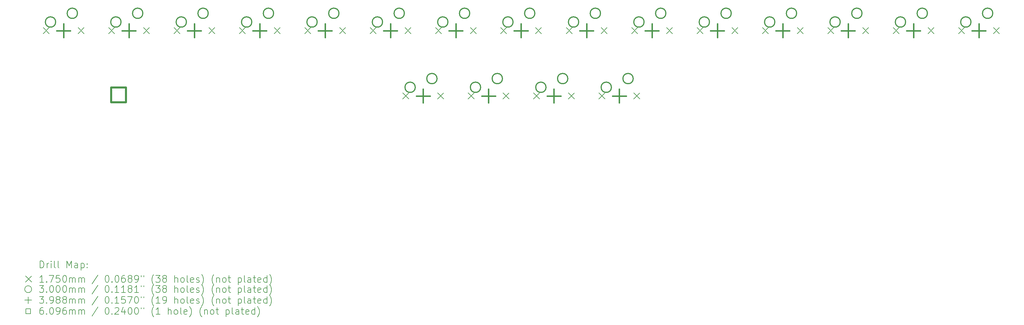
<source format=gbr>
%TF.GenerationSoftware,KiCad,Pcbnew,7.0.1-0*%
%TF.CreationDate,2023-04-11T18:10:36+09:00*%
%TF.ProjectId,Sandy_Top_with_Plate_Mid,53616e64-795f-4546-9f70-5f776974685f,v.0*%
%TF.SameCoordinates,Original*%
%TF.FileFunction,Drillmap*%
%TF.FilePolarity,Positive*%
%FSLAX45Y45*%
G04 Gerber Fmt 4.5, Leading zero omitted, Abs format (unit mm)*
G04 Created by KiCad (PCBNEW 7.0.1-0) date 2023-04-11 18:10:36*
%MOMM*%
%LPD*%
G01*
G04 APERTURE LIST*
%ADD10C,0.200000*%
%ADD11C,0.175000*%
%ADD12C,0.300000*%
%ADD13C,0.398780*%
%ADD14C,0.609600*%
G04 APERTURE END LIST*
D10*
D11*
X1867531Y-2612841D02*
X2042531Y-2787841D01*
X2042531Y-2612841D02*
X1867531Y-2787841D01*
X2883531Y-2612841D02*
X3058531Y-2787841D01*
X3058531Y-2612841D02*
X2883531Y-2787841D01*
X3772531Y-2612841D02*
X3947531Y-2787841D01*
X3947531Y-2612841D02*
X3772531Y-2787841D01*
X4788531Y-2612841D02*
X4963531Y-2787841D01*
X4963531Y-2612841D02*
X4788531Y-2787841D01*
X5677531Y-2612841D02*
X5852531Y-2787841D01*
X5852531Y-2612841D02*
X5677531Y-2787841D01*
X6693531Y-2612841D02*
X6868531Y-2787841D01*
X6868531Y-2612841D02*
X6693531Y-2787841D01*
X7582531Y-2612841D02*
X7757531Y-2787841D01*
X7757531Y-2612841D02*
X7582531Y-2787841D01*
X8598531Y-2612841D02*
X8773531Y-2787841D01*
X8773531Y-2612841D02*
X8598531Y-2787841D01*
X9487531Y-2612841D02*
X9662531Y-2787841D01*
X9662531Y-2612841D02*
X9487531Y-2787841D01*
X10503531Y-2612841D02*
X10678531Y-2787841D01*
X10678531Y-2612841D02*
X10503531Y-2787841D01*
X11392531Y-2612841D02*
X11567531Y-2787841D01*
X11567531Y-2612841D02*
X11392531Y-2787841D01*
X12345031Y-4517841D02*
X12520031Y-4692841D01*
X12520031Y-4517841D02*
X12345031Y-4692841D01*
X12408531Y-2612841D02*
X12583531Y-2787841D01*
X12583531Y-2612841D02*
X12408531Y-2787841D01*
X13297531Y-2612841D02*
X13472531Y-2787841D01*
X13472531Y-2612841D02*
X13297531Y-2787841D01*
X13361031Y-4517841D02*
X13536031Y-4692841D01*
X13536031Y-4517841D02*
X13361031Y-4692841D01*
X14250031Y-4517841D02*
X14425031Y-4692841D01*
X14425031Y-4517841D02*
X14250031Y-4692841D01*
X14313531Y-2612841D02*
X14488531Y-2787841D01*
X14488531Y-2612841D02*
X14313531Y-2787841D01*
X15195343Y-2612841D02*
X15370343Y-2787841D01*
X15370343Y-2612841D02*
X15195343Y-2787841D01*
X15266031Y-4517841D02*
X15441031Y-4692841D01*
X15441031Y-4517841D02*
X15266031Y-4692841D01*
X16155031Y-4517841D02*
X16330031Y-4692841D01*
X16330031Y-4517841D02*
X16155031Y-4692841D01*
X16211343Y-2612841D02*
X16386343Y-2787841D01*
X16386343Y-2612841D02*
X16211343Y-2787841D01*
X17107531Y-2612841D02*
X17282531Y-2787841D01*
X17282531Y-2612841D02*
X17107531Y-2787841D01*
X17171031Y-4517841D02*
X17346031Y-4692841D01*
X17346031Y-4517841D02*
X17171031Y-4692841D01*
X18060031Y-4517841D02*
X18235031Y-4692841D01*
X18235031Y-4517841D02*
X18060031Y-4692841D01*
X18123531Y-2612841D02*
X18298531Y-2787841D01*
X18298531Y-2612841D02*
X18123531Y-2787841D01*
X19012531Y-2612841D02*
X19187531Y-2787841D01*
X19187531Y-2612841D02*
X19012531Y-2787841D01*
X19076031Y-4517841D02*
X19251031Y-4692841D01*
X19251031Y-4517841D02*
X19076031Y-4692841D01*
X20028531Y-2612841D02*
X20203531Y-2787841D01*
X20203531Y-2612841D02*
X20028531Y-2787841D01*
X20917531Y-2612841D02*
X21092531Y-2787841D01*
X21092531Y-2612841D02*
X20917531Y-2787841D01*
X21933531Y-2612841D02*
X22108531Y-2787841D01*
X22108531Y-2612841D02*
X21933531Y-2787841D01*
X22822531Y-2612841D02*
X22997531Y-2787841D01*
X22997531Y-2612841D02*
X22822531Y-2787841D01*
X23838531Y-2612841D02*
X24013531Y-2787841D01*
X24013531Y-2612841D02*
X23838531Y-2787841D01*
X24727531Y-2612841D02*
X24902531Y-2787841D01*
X24902531Y-2612841D02*
X24727531Y-2787841D01*
X25743531Y-2612841D02*
X25918531Y-2787841D01*
X25918531Y-2612841D02*
X25743531Y-2787841D01*
X26632531Y-2612841D02*
X26807531Y-2787841D01*
X26807531Y-2612841D02*
X26632531Y-2787841D01*
X27648531Y-2612841D02*
X27823531Y-2787841D01*
X27823531Y-2612841D02*
X27648531Y-2787841D01*
X28537531Y-2612841D02*
X28712531Y-2787841D01*
X28712531Y-2612841D02*
X28537531Y-2787841D01*
X29553531Y-2612841D02*
X29728531Y-2787841D01*
X29728531Y-2612841D02*
X29553531Y-2787841D01*
D12*
X2232031Y-2446341D02*
G75*
G03*
X2232031Y-2446341I-150000J0D01*
G01*
X2867031Y-2192341D02*
G75*
G03*
X2867031Y-2192341I-150000J0D01*
G01*
X4137031Y-2446341D02*
G75*
G03*
X4137031Y-2446341I-150000J0D01*
G01*
X4772031Y-2192341D02*
G75*
G03*
X4772031Y-2192341I-150000J0D01*
G01*
X6042031Y-2446341D02*
G75*
G03*
X6042031Y-2446341I-150000J0D01*
G01*
X6677031Y-2192341D02*
G75*
G03*
X6677031Y-2192341I-150000J0D01*
G01*
X7947031Y-2446341D02*
G75*
G03*
X7947031Y-2446341I-150000J0D01*
G01*
X8582031Y-2192341D02*
G75*
G03*
X8582031Y-2192341I-150000J0D01*
G01*
X9852031Y-2446341D02*
G75*
G03*
X9852031Y-2446341I-150000J0D01*
G01*
X10487031Y-2192341D02*
G75*
G03*
X10487031Y-2192341I-150000J0D01*
G01*
X11757031Y-2446341D02*
G75*
G03*
X11757031Y-2446341I-150000J0D01*
G01*
X12392031Y-2192341D02*
G75*
G03*
X12392031Y-2192341I-150000J0D01*
G01*
X12709531Y-4351341D02*
G75*
G03*
X12709531Y-4351341I-150000J0D01*
G01*
X13344531Y-4097340D02*
G75*
G03*
X13344531Y-4097340I-150000J0D01*
G01*
X13662031Y-2446341D02*
G75*
G03*
X13662031Y-2446341I-150000J0D01*
G01*
X14297031Y-2192341D02*
G75*
G03*
X14297031Y-2192341I-150000J0D01*
G01*
X14614531Y-4351341D02*
G75*
G03*
X14614531Y-4351341I-150000J0D01*
G01*
X15249531Y-4097340D02*
G75*
G03*
X15249531Y-4097340I-150000J0D01*
G01*
X15559843Y-2446341D02*
G75*
G03*
X15559843Y-2446341I-150000J0D01*
G01*
X16194843Y-2192341D02*
G75*
G03*
X16194843Y-2192341I-150000J0D01*
G01*
X16519531Y-4351341D02*
G75*
G03*
X16519531Y-4351341I-150000J0D01*
G01*
X17154531Y-4097340D02*
G75*
G03*
X17154531Y-4097340I-150000J0D01*
G01*
X17472031Y-2446341D02*
G75*
G03*
X17472031Y-2446341I-150000J0D01*
G01*
X18107031Y-2192341D02*
G75*
G03*
X18107031Y-2192341I-150000J0D01*
G01*
X18424531Y-4351341D02*
G75*
G03*
X18424531Y-4351341I-150000J0D01*
G01*
X19059531Y-4097340D02*
G75*
G03*
X19059531Y-4097340I-150000J0D01*
G01*
X19377031Y-2446341D02*
G75*
G03*
X19377031Y-2446341I-150000J0D01*
G01*
X20012031Y-2192341D02*
G75*
G03*
X20012031Y-2192341I-150000J0D01*
G01*
X21282031Y-2446341D02*
G75*
G03*
X21282031Y-2446341I-150000J0D01*
G01*
X21917031Y-2192341D02*
G75*
G03*
X21917031Y-2192341I-150000J0D01*
G01*
X23187031Y-2446341D02*
G75*
G03*
X23187031Y-2446341I-150000J0D01*
G01*
X23822031Y-2192341D02*
G75*
G03*
X23822031Y-2192341I-150000J0D01*
G01*
X25092031Y-2446341D02*
G75*
G03*
X25092031Y-2446341I-150000J0D01*
G01*
X25727031Y-2192341D02*
G75*
G03*
X25727031Y-2192341I-150000J0D01*
G01*
X26997031Y-2446341D02*
G75*
G03*
X26997031Y-2446341I-150000J0D01*
G01*
X27632031Y-2192341D02*
G75*
G03*
X27632031Y-2192341I-150000J0D01*
G01*
X28902031Y-2446341D02*
G75*
G03*
X28902031Y-2446341I-150000J0D01*
G01*
X29537031Y-2192341D02*
G75*
G03*
X29537031Y-2192341I-150000J0D01*
G01*
D13*
X2463031Y-2500951D02*
X2463031Y-2899730D01*
X2263641Y-2700341D02*
X2662421Y-2700341D01*
X4368031Y-2500951D02*
X4368031Y-2899730D01*
X4168641Y-2700341D02*
X4567421Y-2700341D01*
X6273031Y-2500951D02*
X6273031Y-2899730D01*
X6073641Y-2700341D02*
X6472421Y-2700341D01*
X8178031Y-2500951D02*
X8178031Y-2899730D01*
X7978641Y-2700341D02*
X8377421Y-2700341D01*
X10083031Y-2500951D02*
X10083031Y-2899730D01*
X9883641Y-2700341D02*
X10282421Y-2700341D01*
X11988031Y-2500951D02*
X11988031Y-2899730D01*
X11788641Y-2700341D02*
X12187421Y-2700341D01*
X12940531Y-4405951D02*
X12940531Y-4804731D01*
X12741141Y-4605341D02*
X13139921Y-4605341D01*
X13893031Y-2500951D02*
X13893031Y-2899730D01*
X13693641Y-2700341D02*
X14092421Y-2700341D01*
X14845531Y-4405951D02*
X14845531Y-4804731D01*
X14646141Y-4605341D02*
X15044921Y-4605341D01*
X15790843Y-2500951D02*
X15790843Y-2899730D01*
X15591453Y-2700341D02*
X15990233Y-2700341D01*
X16750531Y-4405951D02*
X16750531Y-4804731D01*
X16551141Y-4605341D02*
X16949921Y-4605341D01*
X17703031Y-2500951D02*
X17703031Y-2899730D01*
X17503641Y-2700341D02*
X17902421Y-2700341D01*
X18655531Y-4405951D02*
X18655531Y-4804731D01*
X18456141Y-4605341D02*
X18854921Y-4605341D01*
X19608031Y-2500951D02*
X19608031Y-2899730D01*
X19408641Y-2700341D02*
X19807421Y-2700341D01*
X21513031Y-2500951D02*
X21513031Y-2899730D01*
X21313641Y-2700341D02*
X21712421Y-2700341D01*
X23418031Y-2500951D02*
X23418031Y-2899730D01*
X23218641Y-2700341D02*
X23617421Y-2700341D01*
X25323031Y-2500951D02*
X25323031Y-2899730D01*
X25123641Y-2700341D02*
X25522421Y-2700341D01*
X27228031Y-2500951D02*
X27228031Y-2899730D01*
X27028641Y-2700341D02*
X27427421Y-2700341D01*
X29133031Y-2500951D02*
X29133031Y-2899730D01*
X28933641Y-2700341D02*
X29332421Y-2700341D01*
D14*
X4278759Y-4782769D02*
X4278759Y-4351712D01*
X3847703Y-4351712D01*
X3847703Y-4782769D01*
X4278759Y-4782769D01*
D10*
X1778150Y-9620360D02*
X1778150Y-9420360D01*
X1778150Y-9420360D02*
X1825769Y-9420360D01*
X1825769Y-9420360D02*
X1854340Y-9429884D01*
X1854340Y-9429884D02*
X1873388Y-9448932D01*
X1873388Y-9448932D02*
X1882912Y-9467979D01*
X1882912Y-9467979D02*
X1892436Y-9506075D01*
X1892436Y-9506075D02*
X1892436Y-9534646D01*
X1892436Y-9534646D02*
X1882912Y-9572741D01*
X1882912Y-9572741D02*
X1873388Y-9591789D01*
X1873388Y-9591789D02*
X1854340Y-9610837D01*
X1854340Y-9610837D02*
X1825769Y-9620360D01*
X1825769Y-9620360D02*
X1778150Y-9620360D01*
X1978150Y-9620360D02*
X1978150Y-9487027D01*
X1978150Y-9525122D02*
X1987674Y-9506075D01*
X1987674Y-9506075D02*
X1997198Y-9496551D01*
X1997198Y-9496551D02*
X2016245Y-9487027D01*
X2016245Y-9487027D02*
X2035293Y-9487027D01*
X2101960Y-9620360D02*
X2101960Y-9487027D01*
X2101960Y-9420360D02*
X2092436Y-9429884D01*
X2092436Y-9429884D02*
X2101960Y-9439408D01*
X2101960Y-9439408D02*
X2111483Y-9429884D01*
X2111483Y-9429884D02*
X2101960Y-9420360D01*
X2101960Y-9420360D02*
X2101960Y-9439408D01*
X2225769Y-9620360D02*
X2206721Y-9610837D01*
X2206721Y-9610837D02*
X2197198Y-9591789D01*
X2197198Y-9591789D02*
X2197198Y-9420360D01*
X2330531Y-9620360D02*
X2311483Y-9610837D01*
X2311483Y-9610837D02*
X2301960Y-9591789D01*
X2301960Y-9591789D02*
X2301960Y-9420360D01*
X2559102Y-9620360D02*
X2559102Y-9420360D01*
X2559102Y-9420360D02*
X2625769Y-9563217D01*
X2625769Y-9563217D02*
X2692436Y-9420360D01*
X2692436Y-9420360D02*
X2692436Y-9620360D01*
X2873388Y-9620360D02*
X2873388Y-9515598D01*
X2873388Y-9515598D02*
X2863864Y-9496551D01*
X2863864Y-9496551D02*
X2844817Y-9487027D01*
X2844817Y-9487027D02*
X2806721Y-9487027D01*
X2806721Y-9487027D02*
X2787674Y-9496551D01*
X2873388Y-9610837D02*
X2854340Y-9620360D01*
X2854340Y-9620360D02*
X2806721Y-9620360D01*
X2806721Y-9620360D02*
X2787674Y-9610837D01*
X2787674Y-9610837D02*
X2778150Y-9591789D01*
X2778150Y-9591789D02*
X2778150Y-9572741D01*
X2778150Y-9572741D02*
X2787674Y-9553694D01*
X2787674Y-9553694D02*
X2806721Y-9544170D01*
X2806721Y-9544170D02*
X2854340Y-9544170D01*
X2854340Y-9544170D02*
X2873388Y-9534646D01*
X2968626Y-9487027D02*
X2968626Y-9687027D01*
X2968626Y-9496551D02*
X2987674Y-9487027D01*
X2987674Y-9487027D02*
X3025769Y-9487027D01*
X3025769Y-9487027D02*
X3044817Y-9496551D01*
X3044817Y-9496551D02*
X3054340Y-9506075D01*
X3054340Y-9506075D02*
X3063864Y-9525122D01*
X3063864Y-9525122D02*
X3063864Y-9582265D01*
X3063864Y-9582265D02*
X3054340Y-9601313D01*
X3054340Y-9601313D02*
X3044817Y-9610837D01*
X3044817Y-9610837D02*
X3025769Y-9620360D01*
X3025769Y-9620360D02*
X2987674Y-9620360D01*
X2987674Y-9620360D02*
X2968626Y-9610837D01*
X3149579Y-9601313D02*
X3159102Y-9610837D01*
X3159102Y-9610837D02*
X3149579Y-9620360D01*
X3149579Y-9620360D02*
X3140055Y-9610837D01*
X3140055Y-9610837D02*
X3149579Y-9601313D01*
X3149579Y-9601313D02*
X3149579Y-9620360D01*
X3149579Y-9496551D02*
X3159102Y-9506075D01*
X3159102Y-9506075D02*
X3149579Y-9515598D01*
X3149579Y-9515598D02*
X3140055Y-9506075D01*
X3140055Y-9506075D02*
X3149579Y-9496551D01*
X3149579Y-9496551D02*
X3149579Y-9515598D01*
D11*
X1355531Y-9860337D02*
X1530531Y-10035337D01*
X1530531Y-9860337D02*
X1355531Y-10035337D01*
D10*
X1882912Y-10040360D02*
X1768626Y-10040360D01*
X1825769Y-10040360D02*
X1825769Y-9840360D01*
X1825769Y-9840360D02*
X1806721Y-9868932D01*
X1806721Y-9868932D02*
X1787674Y-9887979D01*
X1787674Y-9887979D02*
X1768626Y-9897503D01*
X1968626Y-10021313D02*
X1978150Y-10030837D01*
X1978150Y-10030837D02*
X1968626Y-10040360D01*
X1968626Y-10040360D02*
X1959102Y-10030837D01*
X1959102Y-10030837D02*
X1968626Y-10021313D01*
X1968626Y-10021313D02*
X1968626Y-10040360D01*
X2044817Y-9840360D02*
X2178150Y-9840360D01*
X2178150Y-9840360D02*
X2092436Y-10040360D01*
X2349579Y-9840360D02*
X2254341Y-9840360D01*
X2254341Y-9840360D02*
X2244817Y-9935598D01*
X2244817Y-9935598D02*
X2254341Y-9926075D01*
X2254341Y-9926075D02*
X2273388Y-9916551D01*
X2273388Y-9916551D02*
X2321007Y-9916551D01*
X2321007Y-9916551D02*
X2340055Y-9926075D01*
X2340055Y-9926075D02*
X2349579Y-9935598D01*
X2349579Y-9935598D02*
X2359102Y-9954646D01*
X2359102Y-9954646D02*
X2359102Y-10002265D01*
X2359102Y-10002265D02*
X2349579Y-10021313D01*
X2349579Y-10021313D02*
X2340055Y-10030837D01*
X2340055Y-10030837D02*
X2321007Y-10040360D01*
X2321007Y-10040360D02*
X2273388Y-10040360D01*
X2273388Y-10040360D02*
X2254341Y-10030837D01*
X2254341Y-10030837D02*
X2244817Y-10021313D01*
X2482912Y-9840360D02*
X2501960Y-9840360D01*
X2501960Y-9840360D02*
X2521007Y-9849884D01*
X2521007Y-9849884D02*
X2530531Y-9859408D01*
X2530531Y-9859408D02*
X2540055Y-9878456D01*
X2540055Y-9878456D02*
X2549579Y-9916551D01*
X2549579Y-9916551D02*
X2549579Y-9964170D01*
X2549579Y-9964170D02*
X2540055Y-10002265D01*
X2540055Y-10002265D02*
X2530531Y-10021313D01*
X2530531Y-10021313D02*
X2521007Y-10030837D01*
X2521007Y-10030837D02*
X2501960Y-10040360D01*
X2501960Y-10040360D02*
X2482912Y-10040360D01*
X2482912Y-10040360D02*
X2463864Y-10030837D01*
X2463864Y-10030837D02*
X2454341Y-10021313D01*
X2454341Y-10021313D02*
X2444817Y-10002265D01*
X2444817Y-10002265D02*
X2435293Y-9964170D01*
X2435293Y-9964170D02*
X2435293Y-9916551D01*
X2435293Y-9916551D02*
X2444817Y-9878456D01*
X2444817Y-9878456D02*
X2454341Y-9859408D01*
X2454341Y-9859408D02*
X2463864Y-9849884D01*
X2463864Y-9849884D02*
X2482912Y-9840360D01*
X2635293Y-10040360D02*
X2635293Y-9907027D01*
X2635293Y-9926075D02*
X2644817Y-9916551D01*
X2644817Y-9916551D02*
X2663864Y-9907027D01*
X2663864Y-9907027D02*
X2692436Y-9907027D01*
X2692436Y-9907027D02*
X2711483Y-9916551D01*
X2711483Y-9916551D02*
X2721007Y-9935598D01*
X2721007Y-9935598D02*
X2721007Y-10040360D01*
X2721007Y-9935598D02*
X2730531Y-9916551D01*
X2730531Y-9916551D02*
X2749579Y-9907027D01*
X2749579Y-9907027D02*
X2778150Y-9907027D01*
X2778150Y-9907027D02*
X2797198Y-9916551D01*
X2797198Y-9916551D02*
X2806721Y-9935598D01*
X2806721Y-9935598D02*
X2806721Y-10040360D01*
X2901960Y-10040360D02*
X2901960Y-9907027D01*
X2901960Y-9926075D02*
X2911483Y-9916551D01*
X2911483Y-9916551D02*
X2930531Y-9907027D01*
X2930531Y-9907027D02*
X2959102Y-9907027D01*
X2959102Y-9907027D02*
X2978150Y-9916551D01*
X2978150Y-9916551D02*
X2987674Y-9935598D01*
X2987674Y-9935598D02*
X2987674Y-10040360D01*
X2987674Y-9935598D02*
X2997198Y-9916551D01*
X2997198Y-9916551D02*
X3016245Y-9907027D01*
X3016245Y-9907027D02*
X3044817Y-9907027D01*
X3044817Y-9907027D02*
X3063864Y-9916551D01*
X3063864Y-9916551D02*
X3073388Y-9935598D01*
X3073388Y-9935598D02*
X3073388Y-10040360D01*
X3463864Y-9830837D02*
X3292436Y-10087979D01*
X3721007Y-9840360D02*
X3740055Y-9840360D01*
X3740055Y-9840360D02*
X3759103Y-9849884D01*
X3759103Y-9849884D02*
X3768626Y-9859408D01*
X3768626Y-9859408D02*
X3778150Y-9878456D01*
X3778150Y-9878456D02*
X3787674Y-9916551D01*
X3787674Y-9916551D02*
X3787674Y-9964170D01*
X3787674Y-9964170D02*
X3778150Y-10002265D01*
X3778150Y-10002265D02*
X3768626Y-10021313D01*
X3768626Y-10021313D02*
X3759103Y-10030837D01*
X3759103Y-10030837D02*
X3740055Y-10040360D01*
X3740055Y-10040360D02*
X3721007Y-10040360D01*
X3721007Y-10040360D02*
X3701960Y-10030837D01*
X3701960Y-10030837D02*
X3692436Y-10021313D01*
X3692436Y-10021313D02*
X3682912Y-10002265D01*
X3682912Y-10002265D02*
X3673388Y-9964170D01*
X3673388Y-9964170D02*
X3673388Y-9916551D01*
X3673388Y-9916551D02*
X3682912Y-9878456D01*
X3682912Y-9878456D02*
X3692436Y-9859408D01*
X3692436Y-9859408D02*
X3701960Y-9849884D01*
X3701960Y-9849884D02*
X3721007Y-9840360D01*
X3873388Y-10021313D02*
X3882912Y-10030837D01*
X3882912Y-10030837D02*
X3873388Y-10040360D01*
X3873388Y-10040360D02*
X3863864Y-10030837D01*
X3863864Y-10030837D02*
X3873388Y-10021313D01*
X3873388Y-10021313D02*
X3873388Y-10040360D01*
X4006722Y-9840360D02*
X4025769Y-9840360D01*
X4025769Y-9840360D02*
X4044817Y-9849884D01*
X4044817Y-9849884D02*
X4054341Y-9859408D01*
X4054341Y-9859408D02*
X4063864Y-9878456D01*
X4063864Y-9878456D02*
X4073388Y-9916551D01*
X4073388Y-9916551D02*
X4073388Y-9964170D01*
X4073388Y-9964170D02*
X4063864Y-10002265D01*
X4063864Y-10002265D02*
X4054341Y-10021313D01*
X4054341Y-10021313D02*
X4044817Y-10030837D01*
X4044817Y-10030837D02*
X4025769Y-10040360D01*
X4025769Y-10040360D02*
X4006722Y-10040360D01*
X4006722Y-10040360D02*
X3987674Y-10030837D01*
X3987674Y-10030837D02*
X3978150Y-10021313D01*
X3978150Y-10021313D02*
X3968626Y-10002265D01*
X3968626Y-10002265D02*
X3959103Y-9964170D01*
X3959103Y-9964170D02*
X3959103Y-9916551D01*
X3959103Y-9916551D02*
X3968626Y-9878456D01*
X3968626Y-9878456D02*
X3978150Y-9859408D01*
X3978150Y-9859408D02*
X3987674Y-9849884D01*
X3987674Y-9849884D02*
X4006722Y-9840360D01*
X4244817Y-9840360D02*
X4206722Y-9840360D01*
X4206722Y-9840360D02*
X4187674Y-9849884D01*
X4187674Y-9849884D02*
X4178150Y-9859408D01*
X4178150Y-9859408D02*
X4159103Y-9887979D01*
X4159103Y-9887979D02*
X4149579Y-9926075D01*
X4149579Y-9926075D02*
X4149579Y-10002265D01*
X4149579Y-10002265D02*
X4159103Y-10021313D01*
X4159103Y-10021313D02*
X4168626Y-10030837D01*
X4168626Y-10030837D02*
X4187674Y-10040360D01*
X4187674Y-10040360D02*
X4225769Y-10040360D01*
X4225769Y-10040360D02*
X4244817Y-10030837D01*
X4244817Y-10030837D02*
X4254341Y-10021313D01*
X4254341Y-10021313D02*
X4263865Y-10002265D01*
X4263865Y-10002265D02*
X4263865Y-9954646D01*
X4263865Y-9954646D02*
X4254341Y-9935598D01*
X4254341Y-9935598D02*
X4244817Y-9926075D01*
X4244817Y-9926075D02*
X4225769Y-9916551D01*
X4225769Y-9916551D02*
X4187674Y-9916551D01*
X4187674Y-9916551D02*
X4168626Y-9926075D01*
X4168626Y-9926075D02*
X4159103Y-9935598D01*
X4159103Y-9935598D02*
X4149579Y-9954646D01*
X4378150Y-9926075D02*
X4359103Y-9916551D01*
X4359103Y-9916551D02*
X4349579Y-9907027D01*
X4349579Y-9907027D02*
X4340055Y-9887979D01*
X4340055Y-9887979D02*
X4340055Y-9878456D01*
X4340055Y-9878456D02*
X4349579Y-9859408D01*
X4349579Y-9859408D02*
X4359103Y-9849884D01*
X4359103Y-9849884D02*
X4378150Y-9840360D01*
X4378150Y-9840360D02*
X4416246Y-9840360D01*
X4416246Y-9840360D02*
X4435293Y-9849884D01*
X4435293Y-9849884D02*
X4444817Y-9859408D01*
X4444817Y-9859408D02*
X4454341Y-9878456D01*
X4454341Y-9878456D02*
X4454341Y-9887979D01*
X4454341Y-9887979D02*
X4444817Y-9907027D01*
X4444817Y-9907027D02*
X4435293Y-9916551D01*
X4435293Y-9916551D02*
X4416246Y-9926075D01*
X4416246Y-9926075D02*
X4378150Y-9926075D01*
X4378150Y-9926075D02*
X4359103Y-9935598D01*
X4359103Y-9935598D02*
X4349579Y-9945122D01*
X4349579Y-9945122D02*
X4340055Y-9964170D01*
X4340055Y-9964170D02*
X4340055Y-10002265D01*
X4340055Y-10002265D02*
X4349579Y-10021313D01*
X4349579Y-10021313D02*
X4359103Y-10030837D01*
X4359103Y-10030837D02*
X4378150Y-10040360D01*
X4378150Y-10040360D02*
X4416246Y-10040360D01*
X4416246Y-10040360D02*
X4435293Y-10030837D01*
X4435293Y-10030837D02*
X4444817Y-10021313D01*
X4444817Y-10021313D02*
X4454341Y-10002265D01*
X4454341Y-10002265D02*
X4454341Y-9964170D01*
X4454341Y-9964170D02*
X4444817Y-9945122D01*
X4444817Y-9945122D02*
X4435293Y-9935598D01*
X4435293Y-9935598D02*
X4416246Y-9926075D01*
X4549579Y-10040360D02*
X4587674Y-10040360D01*
X4587674Y-10040360D02*
X4606722Y-10030837D01*
X4606722Y-10030837D02*
X4616246Y-10021313D01*
X4616246Y-10021313D02*
X4635293Y-9992741D01*
X4635293Y-9992741D02*
X4644817Y-9954646D01*
X4644817Y-9954646D02*
X4644817Y-9878456D01*
X4644817Y-9878456D02*
X4635293Y-9859408D01*
X4635293Y-9859408D02*
X4625769Y-9849884D01*
X4625769Y-9849884D02*
X4606722Y-9840360D01*
X4606722Y-9840360D02*
X4568626Y-9840360D01*
X4568626Y-9840360D02*
X4549579Y-9849884D01*
X4549579Y-9849884D02*
X4540055Y-9859408D01*
X4540055Y-9859408D02*
X4530531Y-9878456D01*
X4530531Y-9878456D02*
X4530531Y-9926075D01*
X4530531Y-9926075D02*
X4540055Y-9945122D01*
X4540055Y-9945122D02*
X4549579Y-9954646D01*
X4549579Y-9954646D02*
X4568626Y-9964170D01*
X4568626Y-9964170D02*
X4606722Y-9964170D01*
X4606722Y-9964170D02*
X4625769Y-9954646D01*
X4625769Y-9954646D02*
X4635293Y-9945122D01*
X4635293Y-9945122D02*
X4644817Y-9926075D01*
X4721007Y-9840360D02*
X4721007Y-9878456D01*
X4797198Y-9840360D02*
X4797198Y-9878456D01*
X5092436Y-10116551D02*
X5082912Y-10107027D01*
X5082912Y-10107027D02*
X5063865Y-10078456D01*
X5063865Y-10078456D02*
X5054341Y-10059408D01*
X5054341Y-10059408D02*
X5044817Y-10030837D01*
X5044817Y-10030837D02*
X5035293Y-9983217D01*
X5035293Y-9983217D02*
X5035293Y-9945122D01*
X5035293Y-9945122D02*
X5044817Y-9897503D01*
X5044817Y-9897503D02*
X5054341Y-9868932D01*
X5054341Y-9868932D02*
X5063865Y-9849884D01*
X5063865Y-9849884D02*
X5082912Y-9821313D01*
X5082912Y-9821313D02*
X5092436Y-9811789D01*
X5149579Y-9840360D02*
X5273388Y-9840360D01*
X5273388Y-9840360D02*
X5206722Y-9916551D01*
X5206722Y-9916551D02*
X5235293Y-9916551D01*
X5235293Y-9916551D02*
X5254341Y-9926075D01*
X5254341Y-9926075D02*
X5263865Y-9935598D01*
X5263865Y-9935598D02*
X5273388Y-9954646D01*
X5273388Y-9954646D02*
X5273388Y-10002265D01*
X5273388Y-10002265D02*
X5263865Y-10021313D01*
X5263865Y-10021313D02*
X5254341Y-10030837D01*
X5254341Y-10030837D02*
X5235293Y-10040360D01*
X5235293Y-10040360D02*
X5178150Y-10040360D01*
X5178150Y-10040360D02*
X5159103Y-10030837D01*
X5159103Y-10030837D02*
X5149579Y-10021313D01*
X5387674Y-9926075D02*
X5368627Y-9916551D01*
X5368627Y-9916551D02*
X5359103Y-9907027D01*
X5359103Y-9907027D02*
X5349579Y-9887979D01*
X5349579Y-9887979D02*
X5349579Y-9878456D01*
X5349579Y-9878456D02*
X5359103Y-9859408D01*
X5359103Y-9859408D02*
X5368627Y-9849884D01*
X5368627Y-9849884D02*
X5387674Y-9840360D01*
X5387674Y-9840360D02*
X5425769Y-9840360D01*
X5425769Y-9840360D02*
X5444817Y-9849884D01*
X5444817Y-9849884D02*
X5454341Y-9859408D01*
X5454341Y-9859408D02*
X5463865Y-9878456D01*
X5463865Y-9878456D02*
X5463865Y-9887979D01*
X5463865Y-9887979D02*
X5454341Y-9907027D01*
X5454341Y-9907027D02*
X5444817Y-9916551D01*
X5444817Y-9916551D02*
X5425769Y-9926075D01*
X5425769Y-9926075D02*
X5387674Y-9926075D01*
X5387674Y-9926075D02*
X5368627Y-9935598D01*
X5368627Y-9935598D02*
X5359103Y-9945122D01*
X5359103Y-9945122D02*
X5349579Y-9964170D01*
X5349579Y-9964170D02*
X5349579Y-10002265D01*
X5349579Y-10002265D02*
X5359103Y-10021313D01*
X5359103Y-10021313D02*
X5368627Y-10030837D01*
X5368627Y-10030837D02*
X5387674Y-10040360D01*
X5387674Y-10040360D02*
X5425769Y-10040360D01*
X5425769Y-10040360D02*
X5444817Y-10030837D01*
X5444817Y-10030837D02*
X5454341Y-10021313D01*
X5454341Y-10021313D02*
X5463865Y-10002265D01*
X5463865Y-10002265D02*
X5463865Y-9964170D01*
X5463865Y-9964170D02*
X5454341Y-9945122D01*
X5454341Y-9945122D02*
X5444817Y-9935598D01*
X5444817Y-9935598D02*
X5425769Y-9926075D01*
X5701960Y-10040360D02*
X5701960Y-9840360D01*
X5787674Y-10040360D02*
X5787674Y-9935598D01*
X5787674Y-9935598D02*
X5778150Y-9916551D01*
X5778150Y-9916551D02*
X5759103Y-9907027D01*
X5759103Y-9907027D02*
X5730531Y-9907027D01*
X5730531Y-9907027D02*
X5711484Y-9916551D01*
X5711484Y-9916551D02*
X5701960Y-9926075D01*
X5911484Y-10040360D02*
X5892436Y-10030837D01*
X5892436Y-10030837D02*
X5882912Y-10021313D01*
X5882912Y-10021313D02*
X5873388Y-10002265D01*
X5873388Y-10002265D02*
X5873388Y-9945122D01*
X5873388Y-9945122D02*
X5882912Y-9926075D01*
X5882912Y-9926075D02*
X5892436Y-9916551D01*
X5892436Y-9916551D02*
X5911484Y-9907027D01*
X5911484Y-9907027D02*
X5940055Y-9907027D01*
X5940055Y-9907027D02*
X5959103Y-9916551D01*
X5959103Y-9916551D02*
X5968627Y-9926075D01*
X5968627Y-9926075D02*
X5978150Y-9945122D01*
X5978150Y-9945122D02*
X5978150Y-10002265D01*
X5978150Y-10002265D02*
X5968627Y-10021313D01*
X5968627Y-10021313D02*
X5959103Y-10030837D01*
X5959103Y-10030837D02*
X5940055Y-10040360D01*
X5940055Y-10040360D02*
X5911484Y-10040360D01*
X6092436Y-10040360D02*
X6073388Y-10030837D01*
X6073388Y-10030837D02*
X6063865Y-10011789D01*
X6063865Y-10011789D02*
X6063865Y-9840360D01*
X6244817Y-10030837D02*
X6225769Y-10040360D01*
X6225769Y-10040360D02*
X6187674Y-10040360D01*
X6187674Y-10040360D02*
X6168627Y-10030837D01*
X6168627Y-10030837D02*
X6159103Y-10011789D01*
X6159103Y-10011789D02*
X6159103Y-9935598D01*
X6159103Y-9935598D02*
X6168627Y-9916551D01*
X6168627Y-9916551D02*
X6187674Y-9907027D01*
X6187674Y-9907027D02*
X6225769Y-9907027D01*
X6225769Y-9907027D02*
X6244817Y-9916551D01*
X6244817Y-9916551D02*
X6254341Y-9935598D01*
X6254341Y-9935598D02*
X6254341Y-9954646D01*
X6254341Y-9954646D02*
X6159103Y-9973694D01*
X6330531Y-10030837D02*
X6349579Y-10040360D01*
X6349579Y-10040360D02*
X6387674Y-10040360D01*
X6387674Y-10040360D02*
X6406722Y-10030837D01*
X6406722Y-10030837D02*
X6416246Y-10011789D01*
X6416246Y-10011789D02*
X6416246Y-10002265D01*
X6416246Y-10002265D02*
X6406722Y-9983217D01*
X6406722Y-9983217D02*
X6387674Y-9973694D01*
X6387674Y-9973694D02*
X6359103Y-9973694D01*
X6359103Y-9973694D02*
X6340055Y-9964170D01*
X6340055Y-9964170D02*
X6330531Y-9945122D01*
X6330531Y-9945122D02*
X6330531Y-9935598D01*
X6330531Y-9935598D02*
X6340055Y-9916551D01*
X6340055Y-9916551D02*
X6359103Y-9907027D01*
X6359103Y-9907027D02*
X6387674Y-9907027D01*
X6387674Y-9907027D02*
X6406722Y-9916551D01*
X6482912Y-10116551D02*
X6492436Y-10107027D01*
X6492436Y-10107027D02*
X6511484Y-10078456D01*
X6511484Y-10078456D02*
X6521008Y-10059408D01*
X6521008Y-10059408D02*
X6530531Y-10030837D01*
X6530531Y-10030837D02*
X6540055Y-9983217D01*
X6540055Y-9983217D02*
X6540055Y-9945122D01*
X6540055Y-9945122D02*
X6530531Y-9897503D01*
X6530531Y-9897503D02*
X6521008Y-9868932D01*
X6521008Y-9868932D02*
X6511484Y-9849884D01*
X6511484Y-9849884D02*
X6492436Y-9821313D01*
X6492436Y-9821313D02*
X6482912Y-9811789D01*
X6844817Y-10116551D02*
X6835293Y-10107027D01*
X6835293Y-10107027D02*
X6816246Y-10078456D01*
X6816246Y-10078456D02*
X6806722Y-10059408D01*
X6806722Y-10059408D02*
X6797198Y-10030837D01*
X6797198Y-10030837D02*
X6787674Y-9983217D01*
X6787674Y-9983217D02*
X6787674Y-9945122D01*
X6787674Y-9945122D02*
X6797198Y-9897503D01*
X6797198Y-9897503D02*
X6806722Y-9868932D01*
X6806722Y-9868932D02*
X6816246Y-9849884D01*
X6816246Y-9849884D02*
X6835293Y-9821313D01*
X6835293Y-9821313D02*
X6844817Y-9811789D01*
X6921008Y-9907027D02*
X6921008Y-10040360D01*
X6921008Y-9926075D02*
X6930531Y-9916551D01*
X6930531Y-9916551D02*
X6949579Y-9907027D01*
X6949579Y-9907027D02*
X6978150Y-9907027D01*
X6978150Y-9907027D02*
X6997198Y-9916551D01*
X6997198Y-9916551D02*
X7006722Y-9935598D01*
X7006722Y-9935598D02*
X7006722Y-10040360D01*
X7130531Y-10040360D02*
X7111484Y-10030837D01*
X7111484Y-10030837D02*
X7101960Y-10021313D01*
X7101960Y-10021313D02*
X7092436Y-10002265D01*
X7092436Y-10002265D02*
X7092436Y-9945122D01*
X7092436Y-9945122D02*
X7101960Y-9926075D01*
X7101960Y-9926075D02*
X7111484Y-9916551D01*
X7111484Y-9916551D02*
X7130531Y-9907027D01*
X7130531Y-9907027D02*
X7159103Y-9907027D01*
X7159103Y-9907027D02*
X7178150Y-9916551D01*
X7178150Y-9916551D02*
X7187674Y-9926075D01*
X7187674Y-9926075D02*
X7197198Y-9945122D01*
X7197198Y-9945122D02*
X7197198Y-10002265D01*
X7197198Y-10002265D02*
X7187674Y-10021313D01*
X7187674Y-10021313D02*
X7178150Y-10030837D01*
X7178150Y-10030837D02*
X7159103Y-10040360D01*
X7159103Y-10040360D02*
X7130531Y-10040360D01*
X7254341Y-9907027D02*
X7330531Y-9907027D01*
X7282912Y-9840360D02*
X7282912Y-10011789D01*
X7282912Y-10011789D02*
X7292436Y-10030837D01*
X7292436Y-10030837D02*
X7311484Y-10040360D01*
X7311484Y-10040360D02*
X7330531Y-10040360D01*
X7549579Y-9907027D02*
X7549579Y-10107027D01*
X7549579Y-9916551D02*
X7568627Y-9907027D01*
X7568627Y-9907027D02*
X7606722Y-9907027D01*
X7606722Y-9907027D02*
X7625770Y-9916551D01*
X7625770Y-9916551D02*
X7635293Y-9926075D01*
X7635293Y-9926075D02*
X7644817Y-9945122D01*
X7644817Y-9945122D02*
X7644817Y-10002265D01*
X7644817Y-10002265D02*
X7635293Y-10021313D01*
X7635293Y-10021313D02*
X7625770Y-10030837D01*
X7625770Y-10030837D02*
X7606722Y-10040360D01*
X7606722Y-10040360D02*
X7568627Y-10040360D01*
X7568627Y-10040360D02*
X7549579Y-10030837D01*
X7759103Y-10040360D02*
X7740055Y-10030837D01*
X7740055Y-10030837D02*
X7730531Y-10011789D01*
X7730531Y-10011789D02*
X7730531Y-9840360D01*
X7921008Y-10040360D02*
X7921008Y-9935598D01*
X7921008Y-9935598D02*
X7911484Y-9916551D01*
X7911484Y-9916551D02*
X7892436Y-9907027D01*
X7892436Y-9907027D02*
X7854341Y-9907027D01*
X7854341Y-9907027D02*
X7835293Y-9916551D01*
X7921008Y-10030837D02*
X7901960Y-10040360D01*
X7901960Y-10040360D02*
X7854341Y-10040360D01*
X7854341Y-10040360D02*
X7835293Y-10030837D01*
X7835293Y-10030837D02*
X7825770Y-10011789D01*
X7825770Y-10011789D02*
X7825770Y-9992741D01*
X7825770Y-9992741D02*
X7835293Y-9973694D01*
X7835293Y-9973694D02*
X7854341Y-9964170D01*
X7854341Y-9964170D02*
X7901960Y-9964170D01*
X7901960Y-9964170D02*
X7921008Y-9954646D01*
X7987674Y-9907027D02*
X8063865Y-9907027D01*
X8016246Y-9840360D02*
X8016246Y-10011789D01*
X8016246Y-10011789D02*
X8025770Y-10030837D01*
X8025770Y-10030837D02*
X8044817Y-10040360D01*
X8044817Y-10040360D02*
X8063865Y-10040360D01*
X8206722Y-10030837D02*
X8187674Y-10040360D01*
X8187674Y-10040360D02*
X8149579Y-10040360D01*
X8149579Y-10040360D02*
X8130531Y-10030837D01*
X8130531Y-10030837D02*
X8121008Y-10011789D01*
X8121008Y-10011789D02*
X8121008Y-9935598D01*
X8121008Y-9935598D02*
X8130531Y-9916551D01*
X8130531Y-9916551D02*
X8149579Y-9907027D01*
X8149579Y-9907027D02*
X8187674Y-9907027D01*
X8187674Y-9907027D02*
X8206722Y-9916551D01*
X8206722Y-9916551D02*
X8216246Y-9935598D01*
X8216246Y-9935598D02*
X8216246Y-9954646D01*
X8216246Y-9954646D02*
X8121008Y-9973694D01*
X8387674Y-10040360D02*
X8387674Y-9840360D01*
X8387674Y-10030837D02*
X8368627Y-10040360D01*
X8368627Y-10040360D02*
X8330531Y-10040360D01*
X8330531Y-10040360D02*
X8311484Y-10030837D01*
X8311484Y-10030837D02*
X8301960Y-10021313D01*
X8301960Y-10021313D02*
X8292436Y-10002265D01*
X8292436Y-10002265D02*
X8292436Y-9945122D01*
X8292436Y-9945122D02*
X8301960Y-9926075D01*
X8301960Y-9926075D02*
X8311484Y-9916551D01*
X8311484Y-9916551D02*
X8330531Y-9907027D01*
X8330531Y-9907027D02*
X8368627Y-9907027D01*
X8368627Y-9907027D02*
X8387674Y-9916551D01*
X8463865Y-10116551D02*
X8473389Y-10107027D01*
X8473389Y-10107027D02*
X8492436Y-10078456D01*
X8492436Y-10078456D02*
X8501960Y-10059408D01*
X8501960Y-10059408D02*
X8511484Y-10030837D01*
X8511484Y-10030837D02*
X8521008Y-9983217D01*
X8521008Y-9983217D02*
X8521008Y-9945122D01*
X8521008Y-9945122D02*
X8511484Y-9897503D01*
X8511484Y-9897503D02*
X8501960Y-9868932D01*
X8501960Y-9868932D02*
X8492436Y-9849884D01*
X8492436Y-9849884D02*
X8473389Y-9821313D01*
X8473389Y-9821313D02*
X8463865Y-9811789D01*
X1530531Y-10242837D02*
G75*
G03*
X1530531Y-10242837I-100000J0D01*
G01*
X1759102Y-10135360D02*
X1882912Y-10135360D01*
X1882912Y-10135360D02*
X1816245Y-10211551D01*
X1816245Y-10211551D02*
X1844817Y-10211551D01*
X1844817Y-10211551D02*
X1863864Y-10221075D01*
X1863864Y-10221075D02*
X1873388Y-10230598D01*
X1873388Y-10230598D02*
X1882912Y-10249646D01*
X1882912Y-10249646D02*
X1882912Y-10297265D01*
X1882912Y-10297265D02*
X1873388Y-10316313D01*
X1873388Y-10316313D02*
X1863864Y-10325837D01*
X1863864Y-10325837D02*
X1844817Y-10335360D01*
X1844817Y-10335360D02*
X1787674Y-10335360D01*
X1787674Y-10335360D02*
X1768626Y-10325837D01*
X1768626Y-10325837D02*
X1759102Y-10316313D01*
X1968626Y-10316313D02*
X1978150Y-10325837D01*
X1978150Y-10325837D02*
X1968626Y-10335360D01*
X1968626Y-10335360D02*
X1959102Y-10325837D01*
X1959102Y-10325837D02*
X1968626Y-10316313D01*
X1968626Y-10316313D02*
X1968626Y-10335360D01*
X2101960Y-10135360D02*
X2121007Y-10135360D01*
X2121007Y-10135360D02*
X2140055Y-10144884D01*
X2140055Y-10144884D02*
X2149579Y-10154408D01*
X2149579Y-10154408D02*
X2159102Y-10173456D01*
X2159102Y-10173456D02*
X2168626Y-10211551D01*
X2168626Y-10211551D02*
X2168626Y-10259170D01*
X2168626Y-10259170D02*
X2159102Y-10297265D01*
X2159102Y-10297265D02*
X2149579Y-10316313D01*
X2149579Y-10316313D02*
X2140055Y-10325837D01*
X2140055Y-10325837D02*
X2121007Y-10335360D01*
X2121007Y-10335360D02*
X2101960Y-10335360D01*
X2101960Y-10335360D02*
X2082912Y-10325837D01*
X2082912Y-10325837D02*
X2073388Y-10316313D01*
X2073388Y-10316313D02*
X2063864Y-10297265D01*
X2063864Y-10297265D02*
X2054340Y-10259170D01*
X2054340Y-10259170D02*
X2054340Y-10211551D01*
X2054340Y-10211551D02*
X2063864Y-10173456D01*
X2063864Y-10173456D02*
X2073388Y-10154408D01*
X2073388Y-10154408D02*
X2082912Y-10144884D01*
X2082912Y-10144884D02*
X2101960Y-10135360D01*
X2292436Y-10135360D02*
X2311483Y-10135360D01*
X2311483Y-10135360D02*
X2330531Y-10144884D01*
X2330531Y-10144884D02*
X2340055Y-10154408D01*
X2340055Y-10154408D02*
X2349579Y-10173456D01*
X2349579Y-10173456D02*
X2359102Y-10211551D01*
X2359102Y-10211551D02*
X2359102Y-10259170D01*
X2359102Y-10259170D02*
X2349579Y-10297265D01*
X2349579Y-10297265D02*
X2340055Y-10316313D01*
X2340055Y-10316313D02*
X2330531Y-10325837D01*
X2330531Y-10325837D02*
X2311483Y-10335360D01*
X2311483Y-10335360D02*
X2292436Y-10335360D01*
X2292436Y-10335360D02*
X2273388Y-10325837D01*
X2273388Y-10325837D02*
X2263864Y-10316313D01*
X2263864Y-10316313D02*
X2254341Y-10297265D01*
X2254341Y-10297265D02*
X2244817Y-10259170D01*
X2244817Y-10259170D02*
X2244817Y-10211551D01*
X2244817Y-10211551D02*
X2254341Y-10173456D01*
X2254341Y-10173456D02*
X2263864Y-10154408D01*
X2263864Y-10154408D02*
X2273388Y-10144884D01*
X2273388Y-10144884D02*
X2292436Y-10135360D01*
X2482912Y-10135360D02*
X2501960Y-10135360D01*
X2501960Y-10135360D02*
X2521007Y-10144884D01*
X2521007Y-10144884D02*
X2530531Y-10154408D01*
X2530531Y-10154408D02*
X2540055Y-10173456D01*
X2540055Y-10173456D02*
X2549579Y-10211551D01*
X2549579Y-10211551D02*
X2549579Y-10259170D01*
X2549579Y-10259170D02*
X2540055Y-10297265D01*
X2540055Y-10297265D02*
X2530531Y-10316313D01*
X2530531Y-10316313D02*
X2521007Y-10325837D01*
X2521007Y-10325837D02*
X2501960Y-10335360D01*
X2501960Y-10335360D02*
X2482912Y-10335360D01*
X2482912Y-10335360D02*
X2463864Y-10325837D01*
X2463864Y-10325837D02*
X2454341Y-10316313D01*
X2454341Y-10316313D02*
X2444817Y-10297265D01*
X2444817Y-10297265D02*
X2435293Y-10259170D01*
X2435293Y-10259170D02*
X2435293Y-10211551D01*
X2435293Y-10211551D02*
X2444817Y-10173456D01*
X2444817Y-10173456D02*
X2454341Y-10154408D01*
X2454341Y-10154408D02*
X2463864Y-10144884D01*
X2463864Y-10144884D02*
X2482912Y-10135360D01*
X2635293Y-10335360D02*
X2635293Y-10202027D01*
X2635293Y-10221075D02*
X2644817Y-10211551D01*
X2644817Y-10211551D02*
X2663864Y-10202027D01*
X2663864Y-10202027D02*
X2692436Y-10202027D01*
X2692436Y-10202027D02*
X2711483Y-10211551D01*
X2711483Y-10211551D02*
X2721007Y-10230598D01*
X2721007Y-10230598D02*
X2721007Y-10335360D01*
X2721007Y-10230598D02*
X2730531Y-10211551D01*
X2730531Y-10211551D02*
X2749579Y-10202027D01*
X2749579Y-10202027D02*
X2778150Y-10202027D01*
X2778150Y-10202027D02*
X2797198Y-10211551D01*
X2797198Y-10211551D02*
X2806721Y-10230598D01*
X2806721Y-10230598D02*
X2806721Y-10335360D01*
X2901960Y-10335360D02*
X2901960Y-10202027D01*
X2901960Y-10221075D02*
X2911483Y-10211551D01*
X2911483Y-10211551D02*
X2930531Y-10202027D01*
X2930531Y-10202027D02*
X2959102Y-10202027D01*
X2959102Y-10202027D02*
X2978150Y-10211551D01*
X2978150Y-10211551D02*
X2987674Y-10230598D01*
X2987674Y-10230598D02*
X2987674Y-10335360D01*
X2987674Y-10230598D02*
X2997198Y-10211551D01*
X2997198Y-10211551D02*
X3016245Y-10202027D01*
X3016245Y-10202027D02*
X3044817Y-10202027D01*
X3044817Y-10202027D02*
X3063864Y-10211551D01*
X3063864Y-10211551D02*
X3073388Y-10230598D01*
X3073388Y-10230598D02*
X3073388Y-10335360D01*
X3463864Y-10125837D02*
X3292436Y-10382979D01*
X3721007Y-10135360D02*
X3740055Y-10135360D01*
X3740055Y-10135360D02*
X3759103Y-10144884D01*
X3759103Y-10144884D02*
X3768626Y-10154408D01*
X3768626Y-10154408D02*
X3778150Y-10173456D01*
X3778150Y-10173456D02*
X3787674Y-10211551D01*
X3787674Y-10211551D02*
X3787674Y-10259170D01*
X3787674Y-10259170D02*
X3778150Y-10297265D01*
X3778150Y-10297265D02*
X3768626Y-10316313D01*
X3768626Y-10316313D02*
X3759103Y-10325837D01*
X3759103Y-10325837D02*
X3740055Y-10335360D01*
X3740055Y-10335360D02*
X3721007Y-10335360D01*
X3721007Y-10335360D02*
X3701960Y-10325837D01*
X3701960Y-10325837D02*
X3692436Y-10316313D01*
X3692436Y-10316313D02*
X3682912Y-10297265D01*
X3682912Y-10297265D02*
X3673388Y-10259170D01*
X3673388Y-10259170D02*
X3673388Y-10211551D01*
X3673388Y-10211551D02*
X3682912Y-10173456D01*
X3682912Y-10173456D02*
X3692436Y-10154408D01*
X3692436Y-10154408D02*
X3701960Y-10144884D01*
X3701960Y-10144884D02*
X3721007Y-10135360D01*
X3873388Y-10316313D02*
X3882912Y-10325837D01*
X3882912Y-10325837D02*
X3873388Y-10335360D01*
X3873388Y-10335360D02*
X3863864Y-10325837D01*
X3863864Y-10325837D02*
X3873388Y-10316313D01*
X3873388Y-10316313D02*
X3873388Y-10335360D01*
X4073388Y-10335360D02*
X3959103Y-10335360D01*
X4016245Y-10335360D02*
X4016245Y-10135360D01*
X4016245Y-10135360D02*
X3997198Y-10163932D01*
X3997198Y-10163932D02*
X3978150Y-10182979D01*
X3978150Y-10182979D02*
X3959103Y-10192503D01*
X4263865Y-10335360D02*
X4149579Y-10335360D01*
X4206722Y-10335360D02*
X4206722Y-10135360D01*
X4206722Y-10135360D02*
X4187674Y-10163932D01*
X4187674Y-10163932D02*
X4168626Y-10182979D01*
X4168626Y-10182979D02*
X4149579Y-10192503D01*
X4378150Y-10221075D02*
X4359103Y-10211551D01*
X4359103Y-10211551D02*
X4349579Y-10202027D01*
X4349579Y-10202027D02*
X4340055Y-10182979D01*
X4340055Y-10182979D02*
X4340055Y-10173456D01*
X4340055Y-10173456D02*
X4349579Y-10154408D01*
X4349579Y-10154408D02*
X4359103Y-10144884D01*
X4359103Y-10144884D02*
X4378150Y-10135360D01*
X4378150Y-10135360D02*
X4416246Y-10135360D01*
X4416246Y-10135360D02*
X4435293Y-10144884D01*
X4435293Y-10144884D02*
X4444817Y-10154408D01*
X4444817Y-10154408D02*
X4454341Y-10173456D01*
X4454341Y-10173456D02*
X4454341Y-10182979D01*
X4454341Y-10182979D02*
X4444817Y-10202027D01*
X4444817Y-10202027D02*
X4435293Y-10211551D01*
X4435293Y-10211551D02*
X4416246Y-10221075D01*
X4416246Y-10221075D02*
X4378150Y-10221075D01*
X4378150Y-10221075D02*
X4359103Y-10230598D01*
X4359103Y-10230598D02*
X4349579Y-10240122D01*
X4349579Y-10240122D02*
X4340055Y-10259170D01*
X4340055Y-10259170D02*
X4340055Y-10297265D01*
X4340055Y-10297265D02*
X4349579Y-10316313D01*
X4349579Y-10316313D02*
X4359103Y-10325837D01*
X4359103Y-10325837D02*
X4378150Y-10335360D01*
X4378150Y-10335360D02*
X4416246Y-10335360D01*
X4416246Y-10335360D02*
X4435293Y-10325837D01*
X4435293Y-10325837D02*
X4444817Y-10316313D01*
X4444817Y-10316313D02*
X4454341Y-10297265D01*
X4454341Y-10297265D02*
X4454341Y-10259170D01*
X4454341Y-10259170D02*
X4444817Y-10240122D01*
X4444817Y-10240122D02*
X4435293Y-10230598D01*
X4435293Y-10230598D02*
X4416246Y-10221075D01*
X4644817Y-10335360D02*
X4530531Y-10335360D01*
X4587674Y-10335360D02*
X4587674Y-10135360D01*
X4587674Y-10135360D02*
X4568626Y-10163932D01*
X4568626Y-10163932D02*
X4549579Y-10182979D01*
X4549579Y-10182979D02*
X4530531Y-10192503D01*
X4721007Y-10135360D02*
X4721007Y-10173456D01*
X4797198Y-10135360D02*
X4797198Y-10173456D01*
X5092436Y-10411551D02*
X5082912Y-10402027D01*
X5082912Y-10402027D02*
X5063865Y-10373456D01*
X5063865Y-10373456D02*
X5054341Y-10354408D01*
X5054341Y-10354408D02*
X5044817Y-10325837D01*
X5044817Y-10325837D02*
X5035293Y-10278217D01*
X5035293Y-10278217D02*
X5035293Y-10240122D01*
X5035293Y-10240122D02*
X5044817Y-10192503D01*
X5044817Y-10192503D02*
X5054341Y-10163932D01*
X5054341Y-10163932D02*
X5063865Y-10144884D01*
X5063865Y-10144884D02*
X5082912Y-10116313D01*
X5082912Y-10116313D02*
X5092436Y-10106789D01*
X5149579Y-10135360D02*
X5273388Y-10135360D01*
X5273388Y-10135360D02*
X5206722Y-10211551D01*
X5206722Y-10211551D02*
X5235293Y-10211551D01*
X5235293Y-10211551D02*
X5254341Y-10221075D01*
X5254341Y-10221075D02*
X5263865Y-10230598D01*
X5263865Y-10230598D02*
X5273388Y-10249646D01*
X5273388Y-10249646D02*
X5273388Y-10297265D01*
X5273388Y-10297265D02*
X5263865Y-10316313D01*
X5263865Y-10316313D02*
X5254341Y-10325837D01*
X5254341Y-10325837D02*
X5235293Y-10335360D01*
X5235293Y-10335360D02*
X5178150Y-10335360D01*
X5178150Y-10335360D02*
X5159103Y-10325837D01*
X5159103Y-10325837D02*
X5149579Y-10316313D01*
X5387674Y-10221075D02*
X5368627Y-10211551D01*
X5368627Y-10211551D02*
X5359103Y-10202027D01*
X5359103Y-10202027D02*
X5349579Y-10182979D01*
X5349579Y-10182979D02*
X5349579Y-10173456D01*
X5349579Y-10173456D02*
X5359103Y-10154408D01*
X5359103Y-10154408D02*
X5368627Y-10144884D01*
X5368627Y-10144884D02*
X5387674Y-10135360D01*
X5387674Y-10135360D02*
X5425769Y-10135360D01*
X5425769Y-10135360D02*
X5444817Y-10144884D01*
X5444817Y-10144884D02*
X5454341Y-10154408D01*
X5454341Y-10154408D02*
X5463865Y-10173456D01*
X5463865Y-10173456D02*
X5463865Y-10182979D01*
X5463865Y-10182979D02*
X5454341Y-10202027D01*
X5454341Y-10202027D02*
X5444817Y-10211551D01*
X5444817Y-10211551D02*
X5425769Y-10221075D01*
X5425769Y-10221075D02*
X5387674Y-10221075D01*
X5387674Y-10221075D02*
X5368627Y-10230598D01*
X5368627Y-10230598D02*
X5359103Y-10240122D01*
X5359103Y-10240122D02*
X5349579Y-10259170D01*
X5349579Y-10259170D02*
X5349579Y-10297265D01*
X5349579Y-10297265D02*
X5359103Y-10316313D01*
X5359103Y-10316313D02*
X5368627Y-10325837D01*
X5368627Y-10325837D02*
X5387674Y-10335360D01*
X5387674Y-10335360D02*
X5425769Y-10335360D01*
X5425769Y-10335360D02*
X5444817Y-10325837D01*
X5444817Y-10325837D02*
X5454341Y-10316313D01*
X5454341Y-10316313D02*
X5463865Y-10297265D01*
X5463865Y-10297265D02*
X5463865Y-10259170D01*
X5463865Y-10259170D02*
X5454341Y-10240122D01*
X5454341Y-10240122D02*
X5444817Y-10230598D01*
X5444817Y-10230598D02*
X5425769Y-10221075D01*
X5701960Y-10335360D02*
X5701960Y-10135360D01*
X5787674Y-10335360D02*
X5787674Y-10230598D01*
X5787674Y-10230598D02*
X5778150Y-10211551D01*
X5778150Y-10211551D02*
X5759103Y-10202027D01*
X5759103Y-10202027D02*
X5730531Y-10202027D01*
X5730531Y-10202027D02*
X5711484Y-10211551D01*
X5711484Y-10211551D02*
X5701960Y-10221075D01*
X5911484Y-10335360D02*
X5892436Y-10325837D01*
X5892436Y-10325837D02*
X5882912Y-10316313D01*
X5882912Y-10316313D02*
X5873388Y-10297265D01*
X5873388Y-10297265D02*
X5873388Y-10240122D01*
X5873388Y-10240122D02*
X5882912Y-10221075D01*
X5882912Y-10221075D02*
X5892436Y-10211551D01*
X5892436Y-10211551D02*
X5911484Y-10202027D01*
X5911484Y-10202027D02*
X5940055Y-10202027D01*
X5940055Y-10202027D02*
X5959103Y-10211551D01*
X5959103Y-10211551D02*
X5968627Y-10221075D01*
X5968627Y-10221075D02*
X5978150Y-10240122D01*
X5978150Y-10240122D02*
X5978150Y-10297265D01*
X5978150Y-10297265D02*
X5968627Y-10316313D01*
X5968627Y-10316313D02*
X5959103Y-10325837D01*
X5959103Y-10325837D02*
X5940055Y-10335360D01*
X5940055Y-10335360D02*
X5911484Y-10335360D01*
X6092436Y-10335360D02*
X6073388Y-10325837D01*
X6073388Y-10325837D02*
X6063865Y-10306789D01*
X6063865Y-10306789D02*
X6063865Y-10135360D01*
X6244817Y-10325837D02*
X6225769Y-10335360D01*
X6225769Y-10335360D02*
X6187674Y-10335360D01*
X6187674Y-10335360D02*
X6168627Y-10325837D01*
X6168627Y-10325837D02*
X6159103Y-10306789D01*
X6159103Y-10306789D02*
X6159103Y-10230598D01*
X6159103Y-10230598D02*
X6168627Y-10211551D01*
X6168627Y-10211551D02*
X6187674Y-10202027D01*
X6187674Y-10202027D02*
X6225769Y-10202027D01*
X6225769Y-10202027D02*
X6244817Y-10211551D01*
X6244817Y-10211551D02*
X6254341Y-10230598D01*
X6254341Y-10230598D02*
X6254341Y-10249646D01*
X6254341Y-10249646D02*
X6159103Y-10268694D01*
X6330531Y-10325837D02*
X6349579Y-10335360D01*
X6349579Y-10335360D02*
X6387674Y-10335360D01*
X6387674Y-10335360D02*
X6406722Y-10325837D01*
X6406722Y-10325837D02*
X6416246Y-10306789D01*
X6416246Y-10306789D02*
X6416246Y-10297265D01*
X6416246Y-10297265D02*
X6406722Y-10278217D01*
X6406722Y-10278217D02*
X6387674Y-10268694D01*
X6387674Y-10268694D02*
X6359103Y-10268694D01*
X6359103Y-10268694D02*
X6340055Y-10259170D01*
X6340055Y-10259170D02*
X6330531Y-10240122D01*
X6330531Y-10240122D02*
X6330531Y-10230598D01*
X6330531Y-10230598D02*
X6340055Y-10211551D01*
X6340055Y-10211551D02*
X6359103Y-10202027D01*
X6359103Y-10202027D02*
X6387674Y-10202027D01*
X6387674Y-10202027D02*
X6406722Y-10211551D01*
X6482912Y-10411551D02*
X6492436Y-10402027D01*
X6492436Y-10402027D02*
X6511484Y-10373456D01*
X6511484Y-10373456D02*
X6521008Y-10354408D01*
X6521008Y-10354408D02*
X6530531Y-10325837D01*
X6530531Y-10325837D02*
X6540055Y-10278217D01*
X6540055Y-10278217D02*
X6540055Y-10240122D01*
X6540055Y-10240122D02*
X6530531Y-10192503D01*
X6530531Y-10192503D02*
X6521008Y-10163932D01*
X6521008Y-10163932D02*
X6511484Y-10144884D01*
X6511484Y-10144884D02*
X6492436Y-10116313D01*
X6492436Y-10116313D02*
X6482912Y-10106789D01*
X6844817Y-10411551D02*
X6835293Y-10402027D01*
X6835293Y-10402027D02*
X6816246Y-10373456D01*
X6816246Y-10373456D02*
X6806722Y-10354408D01*
X6806722Y-10354408D02*
X6797198Y-10325837D01*
X6797198Y-10325837D02*
X6787674Y-10278217D01*
X6787674Y-10278217D02*
X6787674Y-10240122D01*
X6787674Y-10240122D02*
X6797198Y-10192503D01*
X6797198Y-10192503D02*
X6806722Y-10163932D01*
X6806722Y-10163932D02*
X6816246Y-10144884D01*
X6816246Y-10144884D02*
X6835293Y-10116313D01*
X6835293Y-10116313D02*
X6844817Y-10106789D01*
X6921008Y-10202027D02*
X6921008Y-10335360D01*
X6921008Y-10221075D02*
X6930531Y-10211551D01*
X6930531Y-10211551D02*
X6949579Y-10202027D01*
X6949579Y-10202027D02*
X6978150Y-10202027D01*
X6978150Y-10202027D02*
X6997198Y-10211551D01*
X6997198Y-10211551D02*
X7006722Y-10230598D01*
X7006722Y-10230598D02*
X7006722Y-10335360D01*
X7130531Y-10335360D02*
X7111484Y-10325837D01*
X7111484Y-10325837D02*
X7101960Y-10316313D01*
X7101960Y-10316313D02*
X7092436Y-10297265D01*
X7092436Y-10297265D02*
X7092436Y-10240122D01*
X7092436Y-10240122D02*
X7101960Y-10221075D01*
X7101960Y-10221075D02*
X7111484Y-10211551D01*
X7111484Y-10211551D02*
X7130531Y-10202027D01*
X7130531Y-10202027D02*
X7159103Y-10202027D01*
X7159103Y-10202027D02*
X7178150Y-10211551D01*
X7178150Y-10211551D02*
X7187674Y-10221075D01*
X7187674Y-10221075D02*
X7197198Y-10240122D01*
X7197198Y-10240122D02*
X7197198Y-10297265D01*
X7197198Y-10297265D02*
X7187674Y-10316313D01*
X7187674Y-10316313D02*
X7178150Y-10325837D01*
X7178150Y-10325837D02*
X7159103Y-10335360D01*
X7159103Y-10335360D02*
X7130531Y-10335360D01*
X7254341Y-10202027D02*
X7330531Y-10202027D01*
X7282912Y-10135360D02*
X7282912Y-10306789D01*
X7282912Y-10306789D02*
X7292436Y-10325837D01*
X7292436Y-10325837D02*
X7311484Y-10335360D01*
X7311484Y-10335360D02*
X7330531Y-10335360D01*
X7549579Y-10202027D02*
X7549579Y-10402027D01*
X7549579Y-10211551D02*
X7568627Y-10202027D01*
X7568627Y-10202027D02*
X7606722Y-10202027D01*
X7606722Y-10202027D02*
X7625770Y-10211551D01*
X7625770Y-10211551D02*
X7635293Y-10221075D01*
X7635293Y-10221075D02*
X7644817Y-10240122D01*
X7644817Y-10240122D02*
X7644817Y-10297265D01*
X7644817Y-10297265D02*
X7635293Y-10316313D01*
X7635293Y-10316313D02*
X7625770Y-10325837D01*
X7625770Y-10325837D02*
X7606722Y-10335360D01*
X7606722Y-10335360D02*
X7568627Y-10335360D01*
X7568627Y-10335360D02*
X7549579Y-10325837D01*
X7759103Y-10335360D02*
X7740055Y-10325837D01*
X7740055Y-10325837D02*
X7730531Y-10306789D01*
X7730531Y-10306789D02*
X7730531Y-10135360D01*
X7921008Y-10335360D02*
X7921008Y-10230598D01*
X7921008Y-10230598D02*
X7911484Y-10211551D01*
X7911484Y-10211551D02*
X7892436Y-10202027D01*
X7892436Y-10202027D02*
X7854341Y-10202027D01*
X7854341Y-10202027D02*
X7835293Y-10211551D01*
X7921008Y-10325837D02*
X7901960Y-10335360D01*
X7901960Y-10335360D02*
X7854341Y-10335360D01*
X7854341Y-10335360D02*
X7835293Y-10325837D01*
X7835293Y-10325837D02*
X7825770Y-10306789D01*
X7825770Y-10306789D02*
X7825770Y-10287741D01*
X7825770Y-10287741D02*
X7835293Y-10268694D01*
X7835293Y-10268694D02*
X7854341Y-10259170D01*
X7854341Y-10259170D02*
X7901960Y-10259170D01*
X7901960Y-10259170D02*
X7921008Y-10249646D01*
X7987674Y-10202027D02*
X8063865Y-10202027D01*
X8016246Y-10135360D02*
X8016246Y-10306789D01*
X8016246Y-10306789D02*
X8025770Y-10325837D01*
X8025770Y-10325837D02*
X8044817Y-10335360D01*
X8044817Y-10335360D02*
X8063865Y-10335360D01*
X8206722Y-10325837D02*
X8187674Y-10335360D01*
X8187674Y-10335360D02*
X8149579Y-10335360D01*
X8149579Y-10335360D02*
X8130531Y-10325837D01*
X8130531Y-10325837D02*
X8121008Y-10306789D01*
X8121008Y-10306789D02*
X8121008Y-10230598D01*
X8121008Y-10230598D02*
X8130531Y-10211551D01*
X8130531Y-10211551D02*
X8149579Y-10202027D01*
X8149579Y-10202027D02*
X8187674Y-10202027D01*
X8187674Y-10202027D02*
X8206722Y-10211551D01*
X8206722Y-10211551D02*
X8216246Y-10230598D01*
X8216246Y-10230598D02*
X8216246Y-10249646D01*
X8216246Y-10249646D02*
X8121008Y-10268694D01*
X8387674Y-10335360D02*
X8387674Y-10135360D01*
X8387674Y-10325837D02*
X8368627Y-10335360D01*
X8368627Y-10335360D02*
X8330531Y-10335360D01*
X8330531Y-10335360D02*
X8311484Y-10325837D01*
X8311484Y-10325837D02*
X8301960Y-10316313D01*
X8301960Y-10316313D02*
X8292436Y-10297265D01*
X8292436Y-10297265D02*
X8292436Y-10240122D01*
X8292436Y-10240122D02*
X8301960Y-10221075D01*
X8301960Y-10221075D02*
X8311484Y-10211551D01*
X8311484Y-10211551D02*
X8330531Y-10202027D01*
X8330531Y-10202027D02*
X8368627Y-10202027D01*
X8368627Y-10202027D02*
X8387674Y-10211551D01*
X8463865Y-10411551D02*
X8473389Y-10402027D01*
X8473389Y-10402027D02*
X8492436Y-10373456D01*
X8492436Y-10373456D02*
X8501960Y-10354408D01*
X8501960Y-10354408D02*
X8511484Y-10325837D01*
X8511484Y-10325837D02*
X8521008Y-10278217D01*
X8521008Y-10278217D02*
X8521008Y-10240122D01*
X8521008Y-10240122D02*
X8511484Y-10192503D01*
X8511484Y-10192503D02*
X8501960Y-10163932D01*
X8501960Y-10163932D02*
X8492436Y-10144884D01*
X8492436Y-10144884D02*
X8473389Y-10116313D01*
X8473389Y-10116313D02*
X8463865Y-10106789D01*
X1430531Y-10462837D02*
X1430531Y-10662837D01*
X1330531Y-10562837D02*
X1530531Y-10562837D01*
X1759102Y-10455360D02*
X1882912Y-10455360D01*
X1882912Y-10455360D02*
X1816245Y-10531551D01*
X1816245Y-10531551D02*
X1844817Y-10531551D01*
X1844817Y-10531551D02*
X1863864Y-10541075D01*
X1863864Y-10541075D02*
X1873388Y-10550598D01*
X1873388Y-10550598D02*
X1882912Y-10569646D01*
X1882912Y-10569646D02*
X1882912Y-10617265D01*
X1882912Y-10617265D02*
X1873388Y-10636313D01*
X1873388Y-10636313D02*
X1863864Y-10645837D01*
X1863864Y-10645837D02*
X1844817Y-10655360D01*
X1844817Y-10655360D02*
X1787674Y-10655360D01*
X1787674Y-10655360D02*
X1768626Y-10645837D01*
X1768626Y-10645837D02*
X1759102Y-10636313D01*
X1968626Y-10636313D02*
X1978150Y-10645837D01*
X1978150Y-10645837D02*
X1968626Y-10655360D01*
X1968626Y-10655360D02*
X1959102Y-10645837D01*
X1959102Y-10645837D02*
X1968626Y-10636313D01*
X1968626Y-10636313D02*
X1968626Y-10655360D01*
X2073388Y-10655360D02*
X2111483Y-10655360D01*
X2111483Y-10655360D02*
X2130531Y-10645837D01*
X2130531Y-10645837D02*
X2140055Y-10636313D01*
X2140055Y-10636313D02*
X2159102Y-10607741D01*
X2159102Y-10607741D02*
X2168626Y-10569646D01*
X2168626Y-10569646D02*
X2168626Y-10493456D01*
X2168626Y-10493456D02*
X2159102Y-10474408D01*
X2159102Y-10474408D02*
X2149579Y-10464884D01*
X2149579Y-10464884D02*
X2130531Y-10455360D01*
X2130531Y-10455360D02*
X2092436Y-10455360D01*
X2092436Y-10455360D02*
X2073388Y-10464884D01*
X2073388Y-10464884D02*
X2063864Y-10474408D01*
X2063864Y-10474408D02*
X2054340Y-10493456D01*
X2054340Y-10493456D02*
X2054340Y-10541075D01*
X2054340Y-10541075D02*
X2063864Y-10560122D01*
X2063864Y-10560122D02*
X2073388Y-10569646D01*
X2073388Y-10569646D02*
X2092436Y-10579170D01*
X2092436Y-10579170D02*
X2130531Y-10579170D01*
X2130531Y-10579170D02*
X2149579Y-10569646D01*
X2149579Y-10569646D02*
X2159102Y-10560122D01*
X2159102Y-10560122D02*
X2168626Y-10541075D01*
X2282912Y-10541075D02*
X2263864Y-10531551D01*
X2263864Y-10531551D02*
X2254341Y-10522027D01*
X2254341Y-10522027D02*
X2244817Y-10502979D01*
X2244817Y-10502979D02*
X2244817Y-10493456D01*
X2244817Y-10493456D02*
X2254341Y-10474408D01*
X2254341Y-10474408D02*
X2263864Y-10464884D01*
X2263864Y-10464884D02*
X2282912Y-10455360D01*
X2282912Y-10455360D02*
X2321007Y-10455360D01*
X2321007Y-10455360D02*
X2340055Y-10464884D01*
X2340055Y-10464884D02*
X2349579Y-10474408D01*
X2349579Y-10474408D02*
X2359102Y-10493456D01*
X2359102Y-10493456D02*
X2359102Y-10502979D01*
X2359102Y-10502979D02*
X2349579Y-10522027D01*
X2349579Y-10522027D02*
X2340055Y-10531551D01*
X2340055Y-10531551D02*
X2321007Y-10541075D01*
X2321007Y-10541075D02*
X2282912Y-10541075D01*
X2282912Y-10541075D02*
X2263864Y-10550598D01*
X2263864Y-10550598D02*
X2254341Y-10560122D01*
X2254341Y-10560122D02*
X2244817Y-10579170D01*
X2244817Y-10579170D02*
X2244817Y-10617265D01*
X2244817Y-10617265D02*
X2254341Y-10636313D01*
X2254341Y-10636313D02*
X2263864Y-10645837D01*
X2263864Y-10645837D02*
X2282912Y-10655360D01*
X2282912Y-10655360D02*
X2321007Y-10655360D01*
X2321007Y-10655360D02*
X2340055Y-10645837D01*
X2340055Y-10645837D02*
X2349579Y-10636313D01*
X2349579Y-10636313D02*
X2359102Y-10617265D01*
X2359102Y-10617265D02*
X2359102Y-10579170D01*
X2359102Y-10579170D02*
X2349579Y-10560122D01*
X2349579Y-10560122D02*
X2340055Y-10550598D01*
X2340055Y-10550598D02*
X2321007Y-10541075D01*
X2473388Y-10541075D02*
X2454341Y-10531551D01*
X2454341Y-10531551D02*
X2444817Y-10522027D01*
X2444817Y-10522027D02*
X2435293Y-10502979D01*
X2435293Y-10502979D02*
X2435293Y-10493456D01*
X2435293Y-10493456D02*
X2444817Y-10474408D01*
X2444817Y-10474408D02*
X2454341Y-10464884D01*
X2454341Y-10464884D02*
X2473388Y-10455360D01*
X2473388Y-10455360D02*
X2511483Y-10455360D01*
X2511483Y-10455360D02*
X2530531Y-10464884D01*
X2530531Y-10464884D02*
X2540055Y-10474408D01*
X2540055Y-10474408D02*
X2549579Y-10493456D01*
X2549579Y-10493456D02*
X2549579Y-10502979D01*
X2549579Y-10502979D02*
X2540055Y-10522027D01*
X2540055Y-10522027D02*
X2530531Y-10531551D01*
X2530531Y-10531551D02*
X2511483Y-10541075D01*
X2511483Y-10541075D02*
X2473388Y-10541075D01*
X2473388Y-10541075D02*
X2454341Y-10550598D01*
X2454341Y-10550598D02*
X2444817Y-10560122D01*
X2444817Y-10560122D02*
X2435293Y-10579170D01*
X2435293Y-10579170D02*
X2435293Y-10617265D01*
X2435293Y-10617265D02*
X2444817Y-10636313D01*
X2444817Y-10636313D02*
X2454341Y-10645837D01*
X2454341Y-10645837D02*
X2473388Y-10655360D01*
X2473388Y-10655360D02*
X2511483Y-10655360D01*
X2511483Y-10655360D02*
X2530531Y-10645837D01*
X2530531Y-10645837D02*
X2540055Y-10636313D01*
X2540055Y-10636313D02*
X2549579Y-10617265D01*
X2549579Y-10617265D02*
X2549579Y-10579170D01*
X2549579Y-10579170D02*
X2540055Y-10560122D01*
X2540055Y-10560122D02*
X2530531Y-10550598D01*
X2530531Y-10550598D02*
X2511483Y-10541075D01*
X2635293Y-10655360D02*
X2635293Y-10522027D01*
X2635293Y-10541075D02*
X2644817Y-10531551D01*
X2644817Y-10531551D02*
X2663864Y-10522027D01*
X2663864Y-10522027D02*
X2692436Y-10522027D01*
X2692436Y-10522027D02*
X2711483Y-10531551D01*
X2711483Y-10531551D02*
X2721007Y-10550598D01*
X2721007Y-10550598D02*
X2721007Y-10655360D01*
X2721007Y-10550598D02*
X2730531Y-10531551D01*
X2730531Y-10531551D02*
X2749579Y-10522027D01*
X2749579Y-10522027D02*
X2778150Y-10522027D01*
X2778150Y-10522027D02*
X2797198Y-10531551D01*
X2797198Y-10531551D02*
X2806721Y-10550598D01*
X2806721Y-10550598D02*
X2806721Y-10655360D01*
X2901960Y-10655360D02*
X2901960Y-10522027D01*
X2901960Y-10541075D02*
X2911483Y-10531551D01*
X2911483Y-10531551D02*
X2930531Y-10522027D01*
X2930531Y-10522027D02*
X2959102Y-10522027D01*
X2959102Y-10522027D02*
X2978150Y-10531551D01*
X2978150Y-10531551D02*
X2987674Y-10550598D01*
X2987674Y-10550598D02*
X2987674Y-10655360D01*
X2987674Y-10550598D02*
X2997198Y-10531551D01*
X2997198Y-10531551D02*
X3016245Y-10522027D01*
X3016245Y-10522027D02*
X3044817Y-10522027D01*
X3044817Y-10522027D02*
X3063864Y-10531551D01*
X3063864Y-10531551D02*
X3073388Y-10550598D01*
X3073388Y-10550598D02*
X3073388Y-10655360D01*
X3463864Y-10445837D02*
X3292436Y-10702979D01*
X3721007Y-10455360D02*
X3740055Y-10455360D01*
X3740055Y-10455360D02*
X3759103Y-10464884D01*
X3759103Y-10464884D02*
X3768626Y-10474408D01*
X3768626Y-10474408D02*
X3778150Y-10493456D01*
X3778150Y-10493456D02*
X3787674Y-10531551D01*
X3787674Y-10531551D02*
X3787674Y-10579170D01*
X3787674Y-10579170D02*
X3778150Y-10617265D01*
X3778150Y-10617265D02*
X3768626Y-10636313D01*
X3768626Y-10636313D02*
X3759103Y-10645837D01*
X3759103Y-10645837D02*
X3740055Y-10655360D01*
X3740055Y-10655360D02*
X3721007Y-10655360D01*
X3721007Y-10655360D02*
X3701960Y-10645837D01*
X3701960Y-10645837D02*
X3692436Y-10636313D01*
X3692436Y-10636313D02*
X3682912Y-10617265D01*
X3682912Y-10617265D02*
X3673388Y-10579170D01*
X3673388Y-10579170D02*
X3673388Y-10531551D01*
X3673388Y-10531551D02*
X3682912Y-10493456D01*
X3682912Y-10493456D02*
X3692436Y-10474408D01*
X3692436Y-10474408D02*
X3701960Y-10464884D01*
X3701960Y-10464884D02*
X3721007Y-10455360D01*
X3873388Y-10636313D02*
X3882912Y-10645837D01*
X3882912Y-10645837D02*
X3873388Y-10655360D01*
X3873388Y-10655360D02*
X3863864Y-10645837D01*
X3863864Y-10645837D02*
X3873388Y-10636313D01*
X3873388Y-10636313D02*
X3873388Y-10655360D01*
X4073388Y-10655360D02*
X3959103Y-10655360D01*
X4016245Y-10655360D02*
X4016245Y-10455360D01*
X4016245Y-10455360D02*
X3997198Y-10483932D01*
X3997198Y-10483932D02*
X3978150Y-10502979D01*
X3978150Y-10502979D02*
X3959103Y-10512503D01*
X4254341Y-10455360D02*
X4159103Y-10455360D01*
X4159103Y-10455360D02*
X4149579Y-10550598D01*
X4149579Y-10550598D02*
X4159103Y-10541075D01*
X4159103Y-10541075D02*
X4178150Y-10531551D01*
X4178150Y-10531551D02*
X4225769Y-10531551D01*
X4225769Y-10531551D02*
X4244817Y-10541075D01*
X4244817Y-10541075D02*
X4254341Y-10550598D01*
X4254341Y-10550598D02*
X4263865Y-10569646D01*
X4263865Y-10569646D02*
X4263865Y-10617265D01*
X4263865Y-10617265D02*
X4254341Y-10636313D01*
X4254341Y-10636313D02*
X4244817Y-10645837D01*
X4244817Y-10645837D02*
X4225769Y-10655360D01*
X4225769Y-10655360D02*
X4178150Y-10655360D01*
X4178150Y-10655360D02*
X4159103Y-10645837D01*
X4159103Y-10645837D02*
X4149579Y-10636313D01*
X4330531Y-10455360D02*
X4463865Y-10455360D01*
X4463865Y-10455360D02*
X4378150Y-10655360D01*
X4578150Y-10455360D02*
X4597198Y-10455360D01*
X4597198Y-10455360D02*
X4616246Y-10464884D01*
X4616246Y-10464884D02*
X4625769Y-10474408D01*
X4625769Y-10474408D02*
X4635293Y-10493456D01*
X4635293Y-10493456D02*
X4644817Y-10531551D01*
X4644817Y-10531551D02*
X4644817Y-10579170D01*
X4644817Y-10579170D02*
X4635293Y-10617265D01*
X4635293Y-10617265D02*
X4625769Y-10636313D01*
X4625769Y-10636313D02*
X4616246Y-10645837D01*
X4616246Y-10645837D02*
X4597198Y-10655360D01*
X4597198Y-10655360D02*
X4578150Y-10655360D01*
X4578150Y-10655360D02*
X4559103Y-10645837D01*
X4559103Y-10645837D02*
X4549579Y-10636313D01*
X4549579Y-10636313D02*
X4540055Y-10617265D01*
X4540055Y-10617265D02*
X4530531Y-10579170D01*
X4530531Y-10579170D02*
X4530531Y-10531551D01*
X4530531Y-10531551D02*
X4540055Y-10493456D01*
X4540055Y-10493456D02*
X4549579Y-10474408D01*
X4549579Y-10474408D02*
X4559103Y-10464884D01*
X4559103Y-10464884D02*
X4578150Y-10455360D01*
X4721007Y-10455360D02*
X4721007Y-10493456D01*
X4797198Y-10455360D02*
X4797198Y-10493456D01*
X5092436Y-10731551D02*
X5082912Y-10722027D01*
X5082912Y-10722027D02*
X5063865Y-10693456D01*
X5063865Y-10693456D02*
X5054341Y-10674408D01*
X5054341Y-10674408D02*
X5044817Y-10645837D01*
X5044817Y-10645837D02*
X5035293Y-10598217D01*
X5035293Y-10598217D02*
X5035293Y-10560122D01*
X5035293Y-10560122D02*
X5044817Y-10512503D01*
X5044817Y-10512503D02*
X5054341Y-10483932D01*
X5054341Y-10483932D02*
X5063865Y-10464884D01*
X5063865Y-10464884D02*
X5082912Y-10436313D01*
X5082912Y-10436313D02*
X5092436Y-10426789D01*
X5273388Y-10655360D02*
X5159103Y-10655360D01*
X5216246Y-10655360D02*
X5216246Y-10455360D01*
X5216246Y-10455360D02*
X5197198Y-10483932D01*
X5197198Y-10483932D02*
X5178150Y-10502979D01*
X5178150Y-10502979D02*
X5159103Y-10512503D01*
X5368627Y-10655360D02*
X5406722Y-10655360D01*
X5406722Y-10655360D02*
X5425769Y-10645837D01*
X5425769Y-10645837D02*
X5435293Y-10636313D01*
X5435293Y-10636313D02*
X5454341Y-10607741D01*
X5454341Y-10607741D02*
X5463865Y-10569646D01*
X5463865Y-10569646D02*
X5463865Y-10493456D01*
X5463865Y-10493456D02*
X5454341Y-10474408D01*
X5454341Y-10474408D02*
X5444817Y-10464884D01*
X5444817Y-10464884D02*
X5425769Y-10455360D01*
X5425769Y-10455360D02*
X5387674Y-10455360D01*
X5387674Y-10455360D02*
X5368627Y-10464884D01*
X5368627Y-10464884D02*
X5359103Y-10474408D01*
X5359103Y-10474408D02*
X5349579Y-10493456D01*
X5349579Y-10493456D02*
X5349579Y-10541075D01*
X5349579Y-10541075D02*
X5359103Y-10560122D01*
X5359103Y-10560122D02*
X5368627Y-10569646D01*
X5368627Y-10569646D02*
X5387674Y-10579170D01*
X5387674Y-10579170D02*
X5425769Y-10579170D01*
X5425769Y-10579170D02*
X5444817Y-10569646D01*
X5444817Y-10569646D02*
X5454341Y-10560122D01*
X5454341Y-10560122D02*
X5463865Y-10541075D01*
X5701960Y-10655360D02*
X5701960Y-10455360D01*
X5787674Y-10655360D02*
X5787674Y-10550598D01*
X5787674Y-10550598D02*
X5778150Y-10531551D01*
X5778150Y-10531551D02*
X5759103Y-10522027D01*
X5759103Y-10522027D02*
X5730531Y-10522027D01*
X5730531Y-10522027D02*
X5711484Y-10531551D01*
X5711484Y-10531551D02*
X5701960Y-10541075D01*
X5911484Y-10655360D02*
X5892436Y-10645837D01*
X5892436Y-10645837D02*
X5882912Y-10636313D01*
X5882912Y-10636313D02*
X5873388Y-10617265D01*
X5873388Y-10617265D02*
X5873388Y-10560122D01*
X5873388Y-10560122D02*
X5882912Y-10541075D01*
X5882912Y-10541075D02*
X5892436Y-10531551D01*
X5892436Y-10531551D02*
X5911484Y-10522027D01*
X5911484Y-10522027D02*
X5940055Y-10522027D01*
X5940055Y-10522027D02*
X5959103Y-10531551D01*
X5959103Y-10531551D02*
X5968627Y-10541075D01*
X5968627Y-10541075D02*
X5978150Y-10560122D01*
X5978150Y-10560122D02*
X5978150Y-10617265D01*
X5978150Y-10617265D02*
X5968627Y-10636313D01*
X5968627Y-10636313D02*
X5959103Y-10645837D01*
X5959103Y-10645837D02*
X5940055Y-10655360D01*
X5940055Y-10655360D02*
X5911484Y-10655360D01*
X6092436Y-10655360D02*
X6073388Y-10645837D01*
X6073388Y-10645837D02*
X6063865Y-10626789D01*
X6063865Y-10626789D02*
X6063865Y-10455360D01*
X6244817Y-10645837D02*
X6225769Y-10655360D01*
X6225769Y-10655360D02*
X6187674Y-10655360D01*
X6187674Y-10655360D02*
X6168627Y-10645837D01*
X6168627Y-10645837D02*
X6159103Y-10626789D01*
X6159103Y-10626789D02*
X6159103Y-10550598D01*
X6159103Y-10550598D02*
X6168627Y-10531551D01*
X6168627Y-10531551D02*
X6187674Y-10522027D01*
X6187674Y-10522027D02*
X6225769Y-10522027D01*
X6225769Y-10522027D02*
X6244817Y-10531551D01*
X6244817Y-10531551D02*
X6254341Y-10550598D01*
X6254341Y-10550598D02*
X6254341Y-10569646D01*
X6254341Y-10569646D02*
X6159103Y-10588694D01*
X6330531Y-10645837D02*
X6349579Y-10655360D01*
X6349579Y-10655360D02*
X6387674Y-10655360D01*
X6387674Y-10655360D02*
X6406722Y-10645837D01*
X6406722Y-10645837D02*
X6416246Y-10626789D01*
X6416246Y-10626789D02*
X6416246Y-10617265D01*
X6416246Y-10617265D02*
X6406722Y-10598217D01*
X6406722Y-10598217D02*
X6387674Y-10588694D01*
X6387674Y-10588694D02*
X6359103Y-10588694D01*
X6359103Y-10588694D02*
X6340055Y-10579170D01*
X6340055Y-10579170D02*
X6330531Y-10560122D01*
X6330531Y-10560122D02*
X6330531Y-10550598D01*
X6330531Y-10550598D02*
X6340055Y-10531551D01*
X6340055Y-10531551D02*
X6359103Y-10522027D01*
X6359103Y-10522027D02*
X6387674Y-10522027D01*
X6387674Y-10522027D02*
X6406722Y-10531551D01*
X6482912Y-10731551D02*
X6492436Y-10722027D01*
X6492436Y-10722027D02*
X6511484Y-10693456D01*
X6511484Y-10693456D02*
X6521008Y-10674408D01*
X6521008Y-10674408D02*
X6530531Y-10645837D01*
X6530531Y-10645837D02*
X6540055Y-10598217D01*
X6540055Y-10598217D02*
X6540055Y-10560122D01*
X6540055Y-10560122D02*
X6530531Y-10512503D01*
X6530531Y-10512503D02*
X6521008Y-10483932D01*
X6521008Y-10483932D02*
X6511484Y-10464884D01*
X6511484Y-10464884D02*
X6492436Y-10436313D01*
X6492436Y-10436313D02*
X6482912Y-10426789D01*
X6844817Y-10731551D02*
X6835293Y-10722027D01*
X6835293Y-10722027D02*
X6816246Y-10693456D01*
X6816246Y-10693456D02*
X6806722Y-10674408D01*
X6806722Y-10674408D02*
X6797198Y-10645837D01*
X6797198Y-10645837D02*
X6787674Y-10598217D01*
X6787674Y-10598217D02*
X6787674Y-10560122D01*
X6787674Y-10560122D02*
X6797198Y-10512503D01*
X6797198Y-10512503D02*
X6806722Y-10483932D01*
X6806722Y-10483932D02*
X6816246Y-10464884D01*
X6816246Y-10464884D02*
X6835293Y-10436313D01*
X6835293Y-10436313D02*
X6844817Y-10426789D01*
X6921008Y-10522027D02*
X6921008Y-10655360D01*
X6921008Y-10541075D02*
X6930531Y-10531551D01*
X6930531Y-10531551D02*
X6949579Y-10522027D01*
X6949579Y-10522027D02*
X6978150Y-10522027D01*
X6978150Y-10522027D02*
X6997198Y-10531551D01*
X6997198Y-10531551D02*
X7006722Y-10550598D01*
X7006722Y-10550598D02*
X7006722Y-10655360D01*
X7130531Y-10655360D02*
X7111484Y-10645837D01*
X7111484Y-10645837D02*
X7101960Y-10636313D01*
X7101960Y-10636313D02*
X7092436Y-10617265D01*
X7092436Y-10617265D02*
X7092436Y-10560122D01*
X7092436Y-10560122D02*
X7101960Y-10541075D01*
X7101960Y-10541075D02*
X7111484Y-10531551D01*
X7111484Y-10531551D02*
X7130531Y-10522027D01*
X7130531Y-10522027D02*
X7159103Y-10522027D01*
X7159103Y-10522027D02*
X7178150Y-10531551D01*
X7178150Y-10531551D02*
X7187674Y-10541075D01*
X7187674Y-10541075D02*
X7197198Y-10560122D01*
X7197198Y-10560122D02*
X7197198Y-10617265D01*
X7197198Y-10617265D02*
X7187674Y-10636313D01*
X7187674Y-10636313D02*
X7178150Y-10645837D01*
X7178150Y-10645837D02*
X7159103Y-10655360D01*
X7159103Y-10655360D02*
X7130531Y-10655360D01*
X7254341Y-10522027D02*
X7330531Y-10522027D01*
X7282912Y-10455360D02*
X7282912Y-10626789D01*
X7282912Y-10626789D02*
X7292436Y-10645837D01*
X7292436Y-10645837D02*
X7311484Y-10655360D01*
X7311484Y-10655360D02*
X7330531Y-10655360D01*
X7549579Y-10522027D02*
X7549579Y-10722027D01*
X7549579Y-10531551D02*
X7568627Y-10522027D01*
X7568627Y-10522027D02*
X7606722Y-10522027D01*
X7606722Y-10522027D02*
X7625770Y-10531551D01*
X7625770Y-10531551D02*
X7635293Y-10541075D01*
X7635293Y-10541075D02*
X7644817Y-10560122D01*
X7644817Y-10560122D02*
X7644817Y-10617265D01*
X7644817Y-10617265D02*
X7635293Y-10636313D01*
X7635293Y-10636313D02*
X7625770Y-10645837D01*
X7625770Y-10645837D02*
X7606722Y-10655360D01*
X7606722Y-10655360D02*
X7568627Y-10655360D01*
X7568627Y-10655360D02*
X7549579Y-10645837D01*
X7759103Y-10655360D02*
X7740055Y-10645837D01*
X7740055Y-10645837D02*
X7730531Y-10626789D01*
X7730531Y-10626789D02*
X7730531Y-10455360D01*
X7921008Y-10655360D02*
X7921008Y-10550598D01*
X7921008Y-10550598D02*
X7911484Y-10531551D01*
X7911484Y-10531551D02*
X7892436Y-10522027D01*
X7892436Y-10522027D02*
X7854341Y-10522027D01*
X7854341Y-10522027D02*
X7835293Y-10531551D01*
X7921008Y-10645837D02*
X7901960Y-10655360D01*
X7901960Y-10655360D02*
X7854341Y-10655360D01*
X7854341Y-10655360D02*
X7835293Y-10645837D01*
X7835293Y-10645837D02*
X7825770Y-10626789D01*
X7825770Y-10626789D02*
X7825770Y-10607741D01*
X7825770Y-10607741D02*
X7835293Y-10588694D01*
X7835293Y-10588694D02*
X7854341Y-10579170D01*
X7854341Y-10579170D02*
X7901960Y-10579170D01*
X7901960Y-10579170D02*
X7921008Y-10569646D01*
X7987674Y-10522027D02*
X8063865Y-10522027D01*
X8016246Y-10455360D02*
X8016246Y-10626789D01*
X8016246Y-10626789D02*
X8025770Y-10645837D01*
X8025770Y-10645837D02*
X8044817Y-10655360D01*
X8044817Y-10655360D02*
X8063865Y-10655360D01*
X8206722Y-10645837D02*
X8187674Y-10655360D01*
X8187674Y-10655360D02*
X8149579Y-10655360D01*
X8149579Y-10655360D02*
X8130531Y-10645837D01*
X8130531Y-10645837D02*
X8121008Y-10626789D01*
X8121008Y-10626789D02*
X8121008Y-10550598D01*
X8121008Y-10550598D02*
X8130531Y-10531551D01*
X8130531Y-10531551D02*
X8149579Y-10522027D01*
X8149579Y-10522027D02*
X8187674Y-10522027D01*
X8187674Y-10522027D02*
X8206722Y-10531551D01*
X8206722Y-10531551D02*
X8216246Y-10550598D01*
X8216246Y-10550598D02*
X8216246Y-10569646D01*
X8216246Y-10569646D02*
X8121008Y-10588694D01*
X8387674Y-10655360D02*
X8387674Y-10455360D01*
X8387674Y-10645837D02*
X8368627Y-10655360D01*
X8368627Y-10655360D02*
X8330531Y-10655360D01*
X8330531Y-10655360D02*
X8311484Y-10645837D01*
X8311484Y-10645837D02*
X8301960Y-10636313D01*
X8301960Y-10636313D02*
X8292436Y-10617265D01*
X8292436Y-10617265D02*
X8292436Y-10560122D01*
X8292436Y-10560122D02*
X8301960Y-10541075D01*
X8301960Y-10541075D02*
X8311484Y-10531551D01*
X8311484Y-10531551D02*
X8330531Y-10522027D01*
X8330531Y-10522027D02*
X8368627Y-10522027D01*
X8368627Y-10522027D02*
X8387674Y-10531551D01*
X8463865Y-10731551D02*
X8473389Y-10722027D01*
X8473389Y-10722027D02*
X8492436Y-10693456D01*
X8492436Y-10693456D02*
X8501960Y-10674408D01*
X8501960Y-10674408D02*
X8511484Y-10645837D01*
X8511484Y-10645837D02*
X8521008Y-10598217D01*
X8521008Y-10598217D02*
X8521008Y-10560122D01*
X8521008Y-10560122D02*
X8511484Y-10512503D01*
X8511484Y-10512503D02*
X8501960Y-10483932D01*
X8501960Y-10483932D02*
X8492436Y-10464884D01*
X8492436Y-10464884D02*
X8473389Y-10436313D01*
X8473389Y-10436313D02*
X8463865Y-10426789D01*
X1501242Y-10953548D02*
X1501242Y-10812125D01*
X1359820Y-10812125D01*
X1359820Y-10953548D01*
X1501242Y-10953548D01*
X1863864Y-10775360D02*
X1825769Y-10775360D01*
X1825769Y-10775360D02*
X1806721Y-10784884D01*
X1806721Y-10784884D02*
X1797198Y-10794408D01*
X1797198Y-10794408D02*
X1778150Y-10822979D01*
X1778150Y-10822979D02*
X1768626Y-10861075D01*
X1768626Y-10861075D02*
X1768626Y-10937265D01*
X1768626Y-10937265D02*
X1778150Y-10956313D01*
X1778150Y-10956313D02*
X1787674Y-10965837D01*
X1787674Y-10965837D02*
X1806721Y-10975360D01*
X1806721Y-10975360D02*
X1844817Y-10975360D01*
X1844817Y-10975360D02*
X1863864Y-10965837D01*
X1863864Y-10965837D02*
X1873388Y-10956313D01*
X1873388Y-10956313D02*
X1882912Y-10937265D01*
X1882912Y-10937265D02*
X1882912Y-10889646D01*
X1882912Y-10889646D02*
X1873388Y-10870598D01*
X1873388Y-10870598D02*
X1863864Y-10861075D01*
X1863864Y-10861075D02*
X1844817Y-10851551D01*
X1844817Y-10851551D02*
X1806721Y-10851551D01*
X1806721Y-10851551D02*
X1787674Y-10861075D01*
X1787674Y-10861075D02*
X1778150Y-10870598D01*
X1778150Y-10870598D02*
X1768626Y-10889646D01*
X1968626Y-10956313D02*
X1978150Y-10965837D01*
X1978150Y-10965837D02*
X1968626Y-10975360D01*
X1968626Y-10975360D02*
X1959102Y-10965837D01*
X1959102Y-10965837D02*
X1968626Y-10956313D01*
X1968626Y-10956313D02*
X1968626Y-10975360D01*
X2101960Y-10775360D02*
X2121007Y-10775360D01*
X2121007Y-10775360D02*
X2140055Y-10784884D01*
X2140055Y-10784884D02*
X2149579Y-10794408D01*
X2149579Y-10794408D02*
X2159102Y-10813456D01*
X2159102Y-10813456D02*
X2168626Y-10851551D01*
X2168626Y-10851551D02*
X2168626Y-10899170D01*
X2168626Y-10899170D02*
X2159102Y-10937265D01*
X2159102Y-10937265D02*
X2149579Y-10956313D01*
X2149579Y-10956313D02*
X2140055Y-10965837D01*
X2140055Y-10965837D02*
X2121007Y-10975360D01*
X2121007Y-10975360D02*
X2101960Y-10975360D01*
X2101960Y-10975360D02*
X2082912Y-10965837D01*
X2082912Y-10965837D02*
X2073388Y-10956313D01*
X2073388Y-10956313D02*
X2063864Y-10937265D01*
X2063864Y-10937265D02*
X2054340Y-10899170D01*
X2054340Y-10899170D02*
X2054340Y-10851551D01*
X2054340Y-10851551D02*
X2063864Y-10813456D01*
X2063864Y-10813456D02*
X2073388Y-10794408D01*
X2073388Y-10794408D02*
X2082912Y-10784884D01*
X2082912Y-10784884D02*
X2101960Y-10775360D01*
X2263864Y-10975360D02*
X2301960Y-10975360D01*
X2301960Y-10975360D02*
X2321007Y-10965837D01*
X2321007Y-10965837D02*
X2330531Y-10956313D01*
X2330531Y-10956313D02*
X2349579Y-10927741D01*
X2349579Y-10927741D02*
X2359102Y-10889646D01*
X2359102Y-10889646D02*
X2359102Y-10813456D01*
X2359102Y-10813456D02*
X2349579Y-10794408D01*
X2349579Y-10794408D02*
X2340055Y-10784884D01*
X2340055Y-10784884D02*
X2321007Y-10775360D01*
X2321007Y-10775360D02*
X2282912Y-10775360D01*
X2282912Y-10775360D02*
X2263864Y-10784884D01*
X2263864Y-10784884D02*
X2254341Y-10794408D01*
X2254341Y-10794408D02*
X2244817Y-10813456D01*
X2244817Y-10813456D02*
X2244817Y-10861075D01*
X2244817Y-10861075D02*
X2254341Y-10880122D01*
X2254341Y-10880122D02*
X2263864Y-10889646D01*
X2263864Y-10889646D02*
X2282912Y-10899170D01*
X2282912Y-10899170D02*
X2321007Y-10899170D01*
X2321007Y-10899170D02*
X2340055Y-10889646D01*
X2340055Y-10889646D02*
X2349579Y-10880122D01*
X2349579Y-10880122D02*
X2359102Y-10861075D01*
X2530531Y-10775360D02*
X2492436Y-10775360D01*
X2492436Y-10775360D02*
X2473388Y-10784884D01*
X2473388Y-10784884D02*
X2463864Y-10794408D01*
X2463864Y-10794408D02*
X2444817Y-10822979D01*
X2444817Y-10822979D02*
X2435293Y-10861075D01*
X2435293Y-10861075D02*
X2435293Y-10937265D01*
X2435293Y-10937265D02*
X2444817Y-10956313D01*
X2444817Y-10956313D02*
X2454341Y-10965837D01*
X2454341Y-10965837D02*
X2473388Y-10975360D01*
X2473388Y-10975360D02*
X2511483Y-10975360D01*
X2511483Y-10975360D02*
X2530531Y-10965837D01*
X2530531Y-10965837D02*
X2540055Y-10956313D01*
X2540055Y-10956313D02*
X2549579Y-10937265D01*
X2549579Y-10937265D02*
X2549579Y-10889646D01*
X2549579Y-10889646D02*
X2540055Y-10870598D01*
X2540055Y-10870598D02*
X2530531Y-10861075D01*
X2530531Y-10861075D02*
X2511483Y-10851551D01*
X2511483Y-10851551D02*
X2473388Y-10851551D01*
X2473388Y-10851551D02*
X2454341Y-10861075D01*
X2454341Y-10861075D02*
X2444817Y-10870598D01*
X2444817Y-10870598D02*
X2435293Y-10889646D01*
X2635293Y-10975360D02*
X2635293Y-10842027D01*
X2635293Y-10861075D02*
X2644817Y-10851551D01*
X2644817Y-10851551D02*
X2663864Y-10842027D01*
X2663864Y-10842027D02*
X2692436Y-10842027D01*
X2692436Y-10842027D02*
X2711483Y-10851551D01*
X2711483Y-10851551D02*
X2721007Y-10870598D01*
X2721007Y-10870598D02*
X2721007Y-10975360D01*
X2721007Y-10870598D02*
X2730531Y-10851551D01*
X2730531Y-10851551D02*
X2749579Y-10842027D01*
X2749579Y-10842027D02*
X2778150Y-10842027D01*
X2778150Y-10842027D02*
X2797198Y-10851551D01*
X2797198Y-10851551D02*
X2806721Y-10870598D01*
X2806721Y-10870598D02*
X2806721Y-10975360D01*
X2901960Y-10975360D02*
X2901960Y-10842027D01*
X2901960Y-10861075D02*
X2911483Y-10851551D01*
X2911483Y-10851551D02*
X2930531Y-10842027D01*
X2930531Y-10842027D02*
X2959102Y-10842027D01*
X2959102Y-10842027D02*
X2978150Y-10851551D01*
X2978150Y-10851551D02*
X2987674Y-10870598D01*
X2987674Y-10870598D02*
X2987674Y-10975360D01*
X2987674Y-10870598D02*
X2997198Y-10851551D01*
X2997198Y-10851551D02*
X3016245Y-10842027D01*
X3016245Y-10842027D02*
X3044817Y-10842027D01*
X3044817Y-10842027D02*
X3063864Y-10851551D01*
X3063864Y-10851551D02*
X3073388Y-10870598D01*
X3073388Y-10870598D02*
X3073388Y-10975360D01*
X3463864Y-10765837D02*
X3292436Y-11022979D01*
X3721007Y-10775360D02*
X3740055Y-10775360D01*
X3740055Y-10775360D02*
X3759103Y-10784884D01*
X3759103Y-10784884D02*
X3768626Y-10794408D01*
X3768626Y-10794408D02*
X3778150Y-10813456D01*
X3778150Y-10813456D02*
X3787674Y-10851551D01*
X3787674Y-10851551D02*
X3787674Y-10899170D01*
X3787674Y-10899170D02*
X3778150Y-10937265D01*
X3778150Y-10937265D02*
X3768626Y-10956313D01*
X3768626Y-10956313D02*
X3759103Y-10965837D01*
X3759103Y-10965837D02*
X3740055Y-10975360D01*
X3740055Y-10975360D02*
X3721007Y-10975360D01*
X3721007Y-10975360D02*
X3701960Y-10965837D01*
X3701960Y-10965837D02*
X3692436Y-10956313D01*
X3692436Y-10956313D02*
X3682912Y-10937265D01*
X3682912Y-10937265D02*
X3673388Y-10899170D01*
X3673388Y-10899170D02*
X3673388Y-10851551D01*
X3673388Y-10851551D02*
X3682912Y-10813456D01*
X3682912Y-10813456D02*
X3692436Y-10794408D01*
X3692436Y-10794408D02*
X3701960Y-10784884D01*
X3701960Y-10784884D02*
X3721007Y-10775360D01*
X3873388Y-10956313D02*
X3882912Y-10965837D01*
X3882912Y-10965837D02*
X3873388Y-10975360D01*
X3873388Y-10975360D02*
X3863864Y-10965837D01*
X3863864Y-10965837D02*
X3873388Y-10956313D01*
X3873388Y-10956313D02*
X3873388Y-10975360D01*
X3959103Y-10794408D02*
X3968626Y-10784884D01*
X3968626Y-10784884D02*
X3987674Y-10775360D01*
X3987674Y-10775360D02*
X4035293Y-10775360D01*
X4035293Y-10775360D02*
X4054341Y-10784884D01*
X4054341Y-10784884D02*
X4063864Y-10794408D01*
X4063864Y-10794408D02*
X4073388Y-10813456D01*
X4073388Y-10813456D02*
X4073388Y-10832503D01*
X4073388Y-10832503D02*
X4063864Y-10861075D01*
X4063864Y-10861075D02*
X3949579Y-10975360D01*
X3949579Y-10975360D02*
X4073388Y-10975360D01*
X4244817Y-10842027D02*
X4244817Y-10975360D01*
X4197198Y-10765837D02*
X4149579Y-10908694D01*
X4149579Y-10908694D02*
X4273388Y-10908694D01*
X4387674Y-10775360D02*
X4406722Y-10775360D01*
X4406722Y-10775360D02*
X4425769Y-10784884D01*
X4425769Y-10784884D02*
X4435293Y-10794408D01*
X4435293Y-10794408D02*
X4444817Y-10813456D01*
X4444817Y-10813456D02*
X4454341Y-10851551D01*
X4454341Y-10851551D02*
X4454341Y-10899170D01*
X4454341Y-10899170D02*
X4444817Y-10937265D01*
X4444817Y-10937265D02*
X4435293Y-10956313D01*
X4435293Y-10956313D02*
X4425769Y-10965837D01*
X4425769Y-10965837D02*
X4406722Y-10975360D01*
X4406722Y-10975360D02*
X4387674Y-10975360D01*
X4387674Y-10975360D02*
X4368626Y-10965837D01*
X4368626Y-10965837D02*
X4359103Y-10956313D01*
X4359103Y-10956313D02*
X4349579Y-10937265D01*
X4349579Y-10937265D02*
X4340055Y-10899170D01*
X4340055Y-10899170D02*
X4340055Y-10851551D01*
X4340055Y-10851551D02*
X4349579Y-10813456D01*
X4349579Y-10813456D02*
X4359103Y-10794408D01*
X4359103Y-10794408D02*
X4368626Y-10784884D01*
X4368626Y-10784884D02*
X4387674Y-10775360D01*
X4578150Y-10775360D02*
X4597198Y-10775360D01*
X4597198Y-10775360D02*
X4616246Y-10784884D01*
X4616246Y-10784884D02*
X4625769Y-10794408D01*
X4625769Y-10794408D02*
X4635293Y-10813456D01*
X4635293Y-10813456D02*
X4644817Y-10851551D01*
X4644817Y-10851551D02*
X4644817Y-10899170D01*
X4644817Y-10899170D02*
X4635293Y-10937265D01*
X4635293Y-10937265D02*
X4625769Y-10956313D01*
X4625769Y-10956313D02*
X4616246Y-10965837D01*
X4616246Y-10965837D02*
X4597198Y-10975360D01*
X4597198Y-10975360D02*
X4578150Y-10975360D01*
X4578150Y-10975360D02*
X4559103Y-10965837D01*
X4559103Y-10965837D02*
X4549579Y-10956313D01*
X4549579Y-10956313D02*
X4540055Y-10937265D01*
X4540055Y-10937265D02*
X4530531Y-10899170D01*
X4530531Y-10899170D02*
X4530531Y-10851551D01*
X4530531Y-10851551D02*
X4540055Y-10813456D01*
X4540055Y-10813456D02*
X4549579Y-10794408D01*
X4549579Y-10794408D02*
X4559103Y-10784884D01*
X4559103Y-10784884D02*
X4578150Y-10775360D01*
X4721007Y-10775360D02*
X4721007Y-10813456D01*
X4797198Y-10775360D02*
X4797198Y-10813456D01*
X5092436Y-11051551D02*
X5082912Y-11042027D01*
X5082912Y-11042027D02*
X5063865Y-11013456D01*
X5063865Y-11013456D02*
X5054341Y-10994408D01*
X5054341Y-10994408D02*
X5044817Y-10965837D01*
X5044817Y-10965837D02*
X5035293Y-10918217D01*
X5035293Y-10918217D02*
X5035293Y-10880122D01*
X5035293Y-10880122D02*
X5044817Y-10832503D01*
X5044817Y-10832503D02*
X5054341Y-10803932D01*
X5054341Y-10803932D02*
X5063865Y-10784884D01*
X5063865Y-10784884D02*
X5082912Y-10756313D01*
X5082912Y-10756313D02*
X5092436Y-10746789D01*
X5273388Y-10975360D02*
X5159103Y-10975360D01*
X5216246Y-10975360D02*
X5216246Y-10775360D01*
X5216246Y-10775360D02*
X5197198Y-10803932D01*
X5197198Y-10803932D02*
X5178150Y-10822979D01*
X5178150Y-10822979D02*
X5159103Y-10832503D01*
X5511484Y-10975360D02*
X5511484Y-10775360D01*
X5597198Y-10975360D02*
X5597198Y-10870598D01*
X5597198Y-10870598D02*
X5587674Y-10851551D01*
X5587674Y-10851551D02*
X5568627Y-10842027D01*
X5568627Y-10842027D02*
X5540055Y-10842027D01*
X5540055Y-10842027D02*
X5521008Y-10851551D01*
X5521008Y-10851551D02*
X5511484Y-10861075D01*
X5721007Y-10975360D02*
X5701960Y-10965837D01*
X5701960Y-10965837D02*
X5692436Y-10956313D01*
X5692436Y-10956313D02*
X5682912Y-10937265D01*
X5682912Y-10937265D02*
X5682912Y-10880122D01*
X5682912Y-10880122D02*
X5692436Y-10861075D01*
X5692436Y-10861075D02*
X5701960Y-10851551D01*
X5701960Y-10851551D02*
X5721007Y-10842027D01*
X5721007Y-10842027D02*
X5749579Y-10842027D01*
X5749579Y-10842027D02*
X5768627Y-10851551D01*
X5768627Y-10851551D02*
X5778150Y-10861075D01*
X5778150Y-10861075D02*
X5787674Y-10880122D01*
X5787674Y-10880122D02*
X5787674Y-10937265D01*
X5787674Y-10937265D02*
X5778150Y-10956313D01*
X5778150Y-10956313D02*
X5768627Y-10965837D01*
X5768627Y-10965837D02*
X5749579Y-10975360D01*
X5749579Y-10975360D02*
X5721007Y-10975360D01*
X5901960Y-10975360D02*
X5882912Y-10965837D01*
X5882912Y-10965837D02*
X5873388Y-10946789D01*
X5873388Y-10946789D02*
X5873388Y-10775360D01*
X6054341Y-10965837D02*
X6035293Y-10975360D01*
X6035293Y-10975360D02*
X5997198Y-10975360D01*
X5997198Y-10975360D02*
X5978150Y-10965837D01*
X5978150Y-10965837D02*
X5968627Y-10946789D01*
X5968627Y-10946789D02*
X5968627Y-10870598D01*
X5968627Y-10870598D02*
X5978150Y-10851551D01*
X5978150Y-10851551D02*
X5997198Y-10842027D01*
X5997198Y-10842027D02*
X6035293Y-10842027D01*
X6035293Y-10842027D02*
X6054341Y-10851551D01*
X6054341Y-10851551D02*
X6063865Y-10870598D01*
X6063865Y-10870598D02*
X6063865Y-10889646D01*
X6063865Y-10889646D02*
X5968627Y-10908694D01*
X6130531Y-11051551D02*
X6140055Y-11042027D01*
X6140055Y-11042027D02*
X6159103Y-11013456D01*
X6159103Y-11013456D02*
X6168627Y-10994408D01*
X6168627Y-10994408D02*
X6178150Y-10965837D01*
X6178150Y-10965837D02*
X6187674Y-10918217D01*
X6187674Y-10918217D02*
X6187674Y-10880122D01*
X6187674Y-10880122D02*
X6178150Y-10832503D01*
X6178150Y-10832503D02*
X6168627Y-10803932D01*
X6168627Y-10803932D02*
X6159103Y-10784884D01*
X6159103Y-10784884D02*
X6140055Y-10756313D01*
X6140055Y-10756313D02*
X6130531Y-10746789D01*
X6492436Y-11051551D02*
X6482912Y-11042027D01*
X6482912Y-11042027D02*
X6463865Y-11013456D01*
X6463865Y-11013456D02*
X6454341Y-10994408D01*
X6454341Y-10994408D02*
X6444817Y-10965837D01*
X6444817Y-10965837D02*
X6435293Y-10918217D01*
X6435293Y-10918217D02*
X6435293Y-10880122D01*
X6435293Y-10880122D02*
X6444817Y-10832503D01*
X6444817Y-10832503D02*
X6454341Y-10803932D01*
X6454341Y-10803932D02*
X6463865Y-10784884D01*
X6463865Y-10784884D02*
X6482912Y-10756313D01*
X6482912Y-10756313D02*
X6492436Y-10746789D01*
X6568627Y-10842027D02*
X6568627Y-10975360D01*
X6568627Y-10861075D02*
X6578150Y-10851551D01*
X6578150Y-10851551D02*
X6597198Y-10842027D01*
X6597198Y-10842027D02*
X6625769Y-10842027D01*
X6625769Y-10842027D02*
X6644817Y-10851551D01*
X6644817Y-10851551D02*
X6654341Y-10870598D01*
X6654341Y-10870598D02*
X6654341Y-10975360D01*
X6778150Y-10975360D02*
X6759103Y-10965837D01*
X6759103Y-10965837D02*
X6749579Y-10956313D01*
X6749579Y-10956313D02*
X6740055Y-10937265D01*
X6740055Y-10937265D02*
X6740055Y-10880122D01*
X6740055Y-10880122D02*
X6749579Y-10861075D01*
X6749579Y-10861075D02*
X6759103Y-10851551D01*
X6759103Y-10851551D02*
X6778150Y-10842027D01*
X6778150Y-10842027D02*
X6806722Y-10842027D01*
X6806722Y-10842027D02*
X6825769Y-10851551D01*
X6825769Y-10851551D02*
X6835293Y-10861075D01*
X6835293Y-10861075D02*
X6844817Y-10880122D01*
X6844817Y-10880122D02*
X6844817Y-10937265D01*
X6844817Y-10937265D02*
X6835293Y-10956313D01*
X6835293Y-10956313D02*
X6825769Y-10965837D01*
X6825769Y-10965837D02*
X6806722Y-10975360D01*
X6806722Y-10975360D02*
X6778150Y-10975360D01*
X6901960Y-10842027D02*
X6978150Y-10842027D01*
X6930531Y-10775360D02*
X6930531Y-10946789D01*
X6930531Y-10946789D02*
X6940055Y-10965837D01*
X6940055Y-10965837D02*
X6959103Y-10975360D01*
X6959103Y-10975360D02*
X6978150Y-10975360D01*
X7197198Y-10842027D02*
X7197198Y-11042027D01*
X7197198Y-10851551D02*
X7216246Y-10842027D01*
X7216246Y-10842027D02*
X7254341Y-10842027D01*
X7254341Y-10842027D02*
X7273389Y-10851551D01*
X7273389Y-10851551D02*
X7282912Y-10861075D01*
X7282912Y-10861075D02*
X7292436Y-10880122D01*
X7292436Y-10880122D02*
X7292436Y-10937265D01*
X7292436Y-10937265D02*
X7282912Y-10956313D01*
X7282912Y-10956313D02*
X7273389Y-10965837D01*
X7273389Y-10965837D02*
X7254341Y-10975360D01*
X7254341Y-10975360D02*
X7216246Y-10975360D01*
X7216246Y-10975360D02*
X7197198Y-10965837D01*
X7406722Y-10975360D02*
X7387674Y-10965837D01*
X7387674Y-10965837D02*
X7378150Y-10946789D01*
X7378150Y-10946789D02*
X7378150Y-10775360D01*
X7568627Y-10975360D02*
X7568627Y-10870598D01*
X7568627Y-10870598D02*
X7559103Y-10851551D01*
X7559103Y-10851551D02*
X7540055Y-10842027D01*
X7540055Y-10842027D02*
X7501960Y-10842027D01*
X7501960Y-10842027D02*
X7482912Y-10851551D01*
X7568627Y-10965837D02*
X7549579Y-10975360D01*
X7549579Y-10975360D02*
X7501960Y-10975360D01*
X7501960Y-10975360D02*
X7482912Y-10965837D01*
X7482912Y-10965837D02*
X7473389Y-10946789D01*
X7473389Y-10946789D02*
X7473389Y-10927741D01*
X7473389Y-10927741D02*
X7482912Y-10908694D01*
X7482912Y-10908694D02*
X7501960Y-10899170D01*
X7501960Y-10899170D02*
X7549579Y-10899170D01*
X7549579Y-10899170D02*
X7568627Y-10889646D01*
X7635293Y-10842027D02*
X7711484Y-10842027D01*
X7663865Y-10775360D02*
X7663865Y-10946789D01*
X7663865Y-10946789D02*
X7673389Y-10965837D01*
X7673389Y-10965837D02*
X7692436Y-10975360D01*
X7692436Y-10975360D02*
X7711484Y-10975360D01*
X7854341Y-10965837D02*
X7835293Y-10975360D01*
X7835293Y-10975360D02*
X7797198Y-10975360D01*
X7797198Y-10975360D02*
X7778150Y-10965837D01*
X7778150Y-10965837D02*
X7768627Y-10946789D01*
X7768627Y-10946789D02*
X7768627Y-10870598D01*
X7768627Y-10870598D02*
X7778150Y-10851551D01*
X7778150Y-10851551D02*
X7797198Y-10842027D01*
X7797198Y-10842027D02*
X7835293Y-10842027D01*
X7835293Y-10842027D02*
X7854341Y-10851551D01*
X7854341Y-10851551D02*
X7863865Y-10870598D01*
X7863865Y-10870598D02*
X7863865Y-10889646D01*
X7863865Y-10889646D02*
X7768627Y-10908694D01*
X8035293Y-10975360D02*
X8035293Y-10775360D01*
X8035293Y-10965837D02*
X8016246Y-10975360D01*
X8016246Y-10975360D02*
X7978150Y-10975360D01*
X7978150Y-10975360D02*
X7959103Y-10965837D01*
X7959103Y-10965837D02*
X7949579Y-10956313D01*
X7949579Y-10956313D02*
X7940055Y-10937265D01*
X7940055Y-10937265D02*
X7940055Y-10880122D01*
X7940055Y-10880122D02*
X7949579Y-10861075D01*
X7949579Y-10861075D02*
X7959103Y-10851551D01*
X7959103Y-10851551D02*
X7978150Y-10842027D01*
X7978150Y-10842027D02*
X8016246Y-10842027D01*
X8016246Y-10842027D02*
X8035293Y-10851551D01*
X8111484Y-11051551D02*
X8121008Y-11042027D01*
X8121008Y-11042027D02*
X8140055Y-11013456D01*
X8140055Y-11013456D02*
X8149579Y-10994408D01*
X8149579Y-10994408D02*
X8159103Y-10965837D01*
X8159103Y-10965837D02*
X8168627Y-10918217D01*
X8168627Y-10918217D02*
X8168627Y-10880122D01*
X8168627Y-10880122D02*
X8159103Y-10832503D01*
X8159103Y-10832503D02*
X8149579Y-10803932D01*
X8149579Y-10803932D02*
X8140055Y-10784884D01*
X8140055Y-10784884D02*
X8121008Y-10756313D01*
X8121008Y-10756313D02*
X8111484Y-10746789D01*
M02*

</source>
